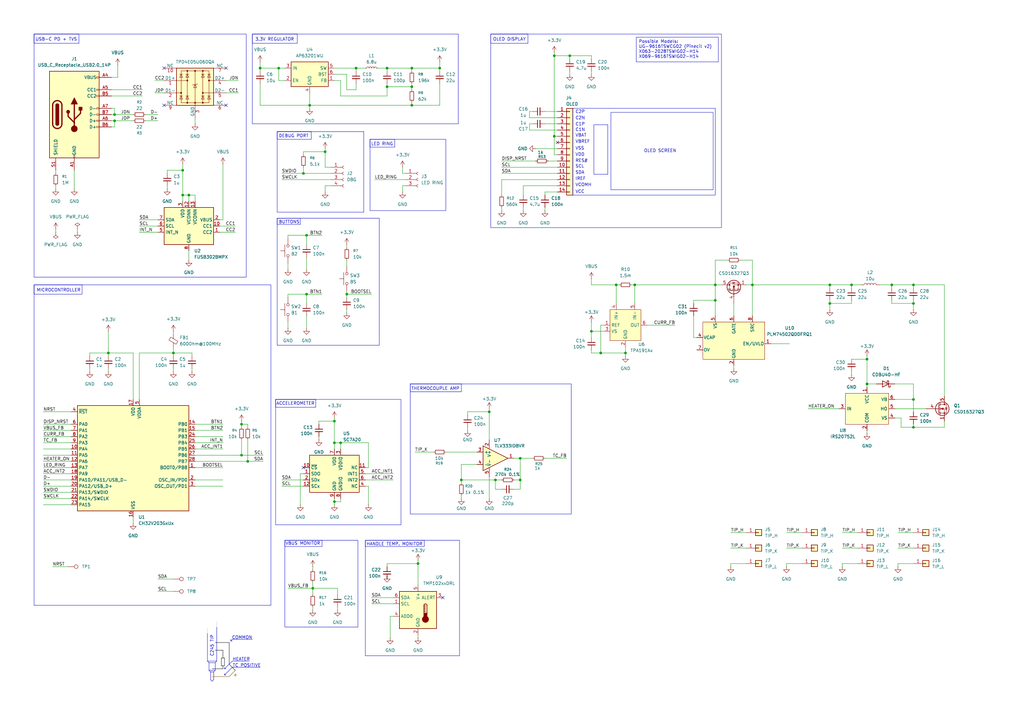
<source format=kicad_sch>
(kicad_sch
	(version 20250114)
	(generator "eeschema")
	(generator_version "9.0")
	(uuid "7095b018-eac3-4b01-b374-28e3216c4fd8")
	(paper "A3")
	
	(rectangle
		(start 113.03 163.83)
		(end 164.465 215.265)
		(stroke
			(width 0)
			(type default)
		)
		(fill
			(type none)
		)
		(uuid 25f66d05-38b5-4a17-99c1-8cad2c92cd3e)
	)
	(rectangle
		(start 13.97 13.97)
		(end 100.965 113.665)
		(stroke
			(width 0)
			(type default)
		)
		(fill
			(type none)
		)
		(uuid 34cfca7f-b72a-4261-a704-f33e6bc4b279)
	)
	(rectangle
		(start 113.03 163.83)
		(end 129.54 167.005)
		(stroke
			(width 0)
			(type default)
		)
		(fill
			(type none)
		)
		(uuid 37b1d202-d0af-4356-9cea-c5377ffdf5c6)
	)
	(rectangle
		(start 116.84 221.615)
		(end 132.08 224.155)
		(stroke
			(width 0)
			(type default)
		)
		(fill
			(type none)
		)
		(uuid 3ff5b4ba-34b9-4474-bd0b-2b540e2050a9)
	)
	(rectangle
		(start 168.275 157.48)
		(end 189.23 160.655)
		(stroke
			(width 0)
			(type default)
		)
		(fill
			(type none)
		)
		(uuid 411456a7-808a-4a99-b2e7-4b00b0660778)
	)
	(rectangle
		(start 113.665 89.535)
		(end 123.19 92.075)
		(stroke
			(width 0)
			(type default)
		)
		(fill
			(type none)
		)
		(uuid 51756553-69aa-4f9f-a31a-a60fa2c78053)
	)
	(rectangle
		(start 113.665 53.975)
		(end 149.225 86.995)
		(stroke
			(width 0)
			(type default)
		)
		(fill
			(type none)
		)
		(uuid 5ccf0a54-c09c-402b-8c12-180398bcf0c0)
	)
	(rectangle
		(start 151.765 57.15)
		(end 182.88 86.36)
		(stroke
			(width 0)
			(type default)
		)
		(fill
			(type none)
		)
		(uuid 7ca7d888-0de2-4ee4-9e02-bce99f6c7310)
	)
	(rectangle
		(start 13.97 116.84)
		(end 33.655 120.65)
		(stroke
			(width 0)
			(type default)
		)
		(fill
			(type none)
		)
		(uuid 7d5ee34c-3c30-4116-b034-575f8f5cbca0)
	)
	(rectangle
		(start 113.665 89.535)
		(end 155.575 141.605)
		(stroke
			(width 0)
			(type default)
		)
		(fill
			(type none)
		)
		(uuid 9c119ec4-7162-4594-9de4-9af2e8ac3469)
	)
	(rectangle
		(start 103.505 13.97)
		(end 121.92 17.78)
		(stroke
			(width 0)
			(type default)
		)
		(fill
			(type none)
		)
		(uuid 9d5c2b83-1ad1-4eb5-9c00-115d7cfbb819)
	)
	(rectangle
		(start 168.275 157.48)
		(end 234.315 210.82)
		(stroke
			(width 0)
			(type default)
		)
		(fill
			(type none)
		)
		(uuid a57dfd79-f7b7-44cf-be58-21e0757161fa)
	)
	(rectangle
		(start 13.97 116.84)
		(end 111.125 248.285)
		(stroke
			(width 0)
			(type default)
		)
		(fill
			(type none)
		)
		(uuid a66c837f-d550-4ad5-b67a-1a34b6eaed03)
	)
	(rectangle
		(start 250.571 46.101)
		(end 292.481 77.851)
		(stroke
			(width 0)
			(type default)
		)
		(fill
			(type none)
		)
		(uuid b323df54-646c-4c42-ac5d-c702f5da28df)
	)
	(rectangle
		(start 13.97 13.97)
		(end 32.385 17.78)
		(stroke
			(width 0)
			(type default)
		)
		(fill
			(type none)
		)
		(uuid b41c86f7-a703-4da7-9c7c-3d6f2dbdab0b)
	)
	(rectangle
		(start 149.86 221.615)
		(end 173.99 224.155)
		(stroke
			(width 0)
			(type default)
		)
		(fill
			(type none)
		)
		(uuid b798fff3-5d10-4e4c-948c-461a0845de52)
	)
	(rectangle
		(start 151.765 57.15)
		(end 161.925 60.325)
		(stroke
			(width 0)
			(type default)
		)
		(fill
			(type none)
		)
		(uuid bb60d903-b4fc-4579-917b-d8b1327cda5c)
	)
	(rectangle
		(start 234.95 44.45)
		(end 293.37 80.01)
		(stroke
			(width 0)
			(type default)
		)
		(fill
			(type none)
		)
		(uuid c7ed09f4-c5b0-447c-8527-2fd1a9942fc7)
	)
	(rectangle
		(start 201.295 13.97)
		(end 295.91 93.345)
		(stroke
			(width 0)
			(type default)
		)
		(fill
			(type none)
		)
		(uuid c86b0301-7b25-4d55-b6bd-bf1af0f3ea13)
	)
	(rectangle
		(start 243.586 51.181)
		(end 249.301 71.501)
		(stroke
			(width 0)
			(type default)
		)
		(fill
			(type none)
		)
		(uuid cc173c2c-4802-4b85-8dc1-c0ed1e2586ae)
	)
	(rectangle
		(start 116.84 221.615)
		(end 146.812 257.175)
		(stroke
			(width 0)
			(type default)
		)
		(fill
			(type none)
		)
		(uuid d2b50b41-845d-4a0b-ad88-942dbe8a9ea1)
	)
	(rectangle
		(start 113.665 53.975)
		(end 127.635 57.15)
		(stroke
			(width 0)
			(type default)
		)
		(fill
			(type none)
		)
		(uuid d42d397b-7d5e-44b0-98a1-cec60f91a733)
	)
	(rectangle
		(start 103.505 13.97)
		(end 187.96 50.8)
		(stroke
			(width 0)
			(type default)
		)
		(fill
			(type none)
		)
		(uuid d5e44070-3c31-4662-9265-15546dcb33a9)
	)
	(rectangle
		(start 149.86 221.615)
		(end 188.468 268.986)
		(stroke
			(width 0)
			(type default)
		)
		(fill
			(type none)
		)
		(uuid dc78faa3-7706-462b-aff1-ea2259b8957d)
	)
	(rectangle
		(start 201.295 13.97)
		(end 216.535 17.78)
		(stroke
			(width 0)
			(type default)
		)
		(fill
			(type none)
		)
		(uuid df873f2f-b2dc-4231-b391-da9722f3ee43)
	)
	(text "COMMON"
		(exclude_from_sim no)
		(at 95.123 261.62 0)
		(effects
			(font
				(size 1.27 1.27)
			)
			(justify left)
		)
		(uuid "0da803d8-6a61-4b47-b3c4-8c42b4ebcdd7")
	)
	(text "3.3V REGULATOR"
		(exclude_from_sim no)
		(at 104.648 16.256 0)
		(effects
			(font
				(size 1.27 1.27)
			)
			(justify left)
		)
		(uuid "270c64e9-acc9-4bdf-adf9-51e85a7cfae3")
	)
	(text "C2N"
		(exclude_from_sim no)
		(at 235.966 48.514 0)
		(effects
			(font
				(size 1.27 1.27)
			)
			(justify left)
		)
		(uuid "303735e4-f194-4e97-9ddd-7741146e5965")
	)
	(text "USB-C PD + TVS"
		(exclude_from_sim no)
		(at 14.478 16.256 0)
		(effects
			(font
				(size 1.27 1.27)
			)
			(justify left)
		)
		(uuid "3b53ae36-2320-46df-8526-8d2b0e4cd267")
	)
	(text "BUTTONS"
		(exclude_from_sim no)
		(at 114.3 91.186 0)
		(effects
			(font
				(size 1.27 1.27)
			)
			(justify left)
		)
		(uuid "4ff0d853-92f6-4f02-aa33-1f252be5ef75")
	)
	(text "DEBUG PORT"
		(exclude_from_sim no)
		(at 114.3 55.88 0)
		(effects
			(font
				(size 1.27 1.27)
			)
			(justify left)
		)
		(uuid "5c2c7cad-81d2-418f-aeca-ca54c6312f8c")
	)
	(text "SCL"
		(exclude_from_sim no)
		(at 235.966 68.326 0)
		(effects
			(font
				(size 1.27 1.27)
			)
			(justify left)
		)
		(uuid "63c62cf3-4266-478a-9f68-199034fe5d8b")
	)
	(text "RES#"
		(exclude_from_sim no)
		(at 235.966 66.04 0)
		(effects
			(font
				(size 1.27 1.27)
			)
			(justify left)
		)
		(uuid "6ce3c0b9-bb73-4f4d-8996-df06398c02e3")
	)
	(text "C1P"
		(exclude_from_sim no)
		(at 235.966 51.054 0)
		(effects
			(font
				(size 1.27 1.27)
			)
			(justify left)
		)
		(uuid "6d196f00-fda4-408a-b16f-63e268646b7a")
	)
	(text "ACCELEROMETER"
		(exclude_from_sim no)
		(at 121.158 165.608 0)
		(effects
			(font
				(size 1.27 1.27)
			)
		)
		(uuid "6d3cce01-49eb-4036-848c-880563d726ff")
	)
	(text "HEATER"
		(exclude_from_sim no)
		(at 95.377 270.51 0)
		(effects
			(font
				(size 1.27 1.27)
			)
			(justify left)
		)
		(uuid "6f935533-365b-4490-a199-60d1f885e9c5")
	)
	(text "IREF"
		(exclude_from_sim no)
		(at 235.966 73.406 0)
		(effects
			(font
				(size 1.27 1.27)
			)
			(justify left)
		)
		(uuid "78269562-db7d-4f9c-9409-11de08793bfa")
	)
	(text "C1N"
		(exclude_from_sim no)
		(at 235.966 53.34 0)
		(effects
			(font
				(size 1.27 1.27)
			)
			(justify left)
		)
		(uuid "86eaf89d-7735-48bc-8adf-2c6d7e1c9267")
	)
	(text "C2P"
		(exclude_from_sim no)
		(at 235.966 45.974 0)
		(effects
			(font
				(size 1.27 1.27)
			)
			(justify left)
		)
		(uuid "88767c22-62f5-491f-8191-e622ce50d549")
	)
	(text "VDD"
		(exclude_from_sim no)
		(at 235.966 63.5 0)
		(effects
			(font
				(size 1.27 1.27)
			)
			(justify left)
		)
		(uuid "98ea20d6-f789-4c9a-9d2d-ddf9c4e55ce3")
	)
	(text "HANDLE TEMP. MONITOR"
		(exclude_from_sim no)
		(at 161.798 223.266 0)
		(effects
			(font
				(size 1.27 1.27)
			)
		)
		(uuid "9cf9be48-0da6-4698-b802-905b4321ec7e")
	)
	(text "TC POSITIVE"
		(exclude_from_sim no)
		(at 95.377 273.05 0)
		(effects
			(font
				(size 1.27 1.27)
			)
			(justify left)
		)
		(uuid "9da3b577-a0bb-4c33-9c3c-e8388ac87829")
	)
	(text "OLED SCREEN"
		(exclude_from_sim no)
		(at 270.764 61.976 0)
		(effects
			(font
				(size 1.27 1.27)
			)
		)
		(uuid "a7d4d929-dbaa-411d-a847-37e4617db2b8")
	)
	(text "VCC"
		(exclude_from_sim no)
		(at 235.966 78.74 0)
		(effects
			(font
				(size 1.27 1.27)
			)
			(justify left)
		)
		(uuid "c0b5be38-ee7a-4c62-b666-9455a24b9bdf")
	)
	(text "SDA"
		(exclude_from_sim no)
		(at 235.966 70.866 0)
		(effects
			(font
				(size 1.27 1.27)
			)
			(justify left)
		)
		(uuid "d1f23843-c159-4734-816f-e3ebdc7225d4")
	)
	(text "VBREF"
		(exclude_from_sim no)
		(at 235.966 58.166 0)
		(effects
			(font
				(size 1.27 1.27)
			)
			(justify left)
		)
		(uuid "dc92fbc2-eb7d-47ac-891e-6de1528c9506")
	)
	(text "OLED DISPLAY"
		(exclude_from_sim no)
		(at 202.184 16.256 0)
		(effects
			(font
				(size 1.27 1.27)
			)
			(justify left)
		)
		(uuid "e1182865-9cf6-484e-b369-4d8124243a24")
	)
	(text "VBAT"
		(exclude_from_sim no)
		(at 235.966 55.626 0)
		(effects
			(font
				(size 1.27 1.27)
			)
			(justify left)
		)
		(uuid "e5136794-6a5a-4728-b4d0-e47266a8ec2c")
	)
	(text "VSS"
		(exclude_from_sim no)
		(at 235.966 60.96 0)
		(effects
			(font
				(size 1.27 1.27)
			)
			(justify left)
		)
		(uuid "e5277a5c-1568-43ec-ab65-5c403a9ddad3")
	)
	(text "VCOMH"
		(exclude_from_sim no)
		(at 235.966 75.946 0)
		(effects
			(font
				(size 1.27 1.27)
			)
			(justify left)
		)
		(uuid "e677c7ab-e79d-4a1c-8a88-4a56ca5d6b79")
	)
	(text "THERMOCOUPLE AMP"
		(exclude_from_sim no)
		(at 178.562 159.512 0)
		(effects
			(font
				(size 1.27 1.27)
			)
		)
		(uuid "e865e2d4-df9a-47d7-8bc3-1d543675c813")
	)
	(text "C245 TIP"
		(exclude_from_sim no)
		(at 86.995 264.922 90)
		(effects
			(font
				(size 1.27 1.27)
			)
		)
		(uuid "ec1ed9c1-072b-4c68-8764-5736b7bc8d68")
	)
	(text "LED RING"
		(exclude_from_sim no)
		(at 156.718 59.182 0)
		(effects
			(font
				(size 1.27 1.27)
			)
		)
		(uuid "eebaafe7-13f6-4495-a884-67f3bb5c6ce1")
	)
	(text "MICROCONTROLLER"
		(exclude_from_sim no)
		(at 14.986 119.126 0)
		(effects
			(font
				(size 1.27 1.27)
			)
			(justify left)
		)
		(uuid "f4202bbd-17db-406a-9b6f-417fe43fdaab")
	)
	(text "VBUS MONITOR"
		(exclude_from_sim no)
		(at 124.206 223.012 0)
		(effects
			(font
				(size 1.27 1.27)
			)
		)
		(uuid "f741b2f1-f711-4456-aa2d-f19417092858")
	)
	(text_box "Possible Models:\nUG-9616TSWCG02 (Pinecil v2)\nX063-2028TSWIG02-H14\nX069-9616TSWIG02-H14"
		(exclude_from_sim no)
		(at 260.985 15.24 0)
		(size 33.655 10.16)
		(margins 0.9525 0.9525 0.9525 0.9525)
		(stroke
			(width 0)
			(type solid)
		)
		(fill
			(type none)
		)
		(effects
			(font
				(size 1.27 1.27)
			)
			(justify left top)
		)
		(uuid "aff1d92e-7948-41af-95d4-eec0b0d11729")
	)
	(junction
		(at 340.36 116.84)
		(diameter 0)
		(color 0 0 0 0)
		(uuid "0249d269-810c-4792-bcad-62c507e2feae")
	)
	(junction
		(at 146.05 27.94)
		(diameter 0)
		(color 0 0 0 0)
		(uuid "0acd8611-5527-40f7-90a3-5c60d1adc1d0")
	)
	(junction
		(at 252.73 116.84)
		(diameter 0)
		(color 0 0 0 0)
		(uuid "1ddbe419-3595-4df3-a72f-7cf030e34ac4")
	)
	(junction
		(at 99.06 173.99)
		(diameter 0)
		(color 0 0 0 0)
		(uuid "22bc19a2-e590-4ae5-87e1-2c346112c753")
	)
	(junction
		(at 374.65 175.26)
		(diameter 0)
		(color 0 0 0 0)
		(uuid "253e7a83-9b7c-4d4c-b8d1-7fbacce38609")
	)
	(junction
		(at 293.37 123.19)
		(diameter 0)
		(color 0 0 0 0)
		(uuid "263d7915-c731-4a88-b217-235c42cb6b97")
	)
	(junction
		(at 260.35 116.84)
		(diameter 0)
		(color 0 0 0 0)
		(uuid "344187d9-c96b-45fd-8f6c-b46a99aead8f")
	)
	(junction
		(at 101.6 189.23)
		(diameter 0)
		(color 0 0 0 0)
		(uuid "39afbb62-f4d9-47c5-b1ec-6bf8308a9b0e")
	)
	(junction
		(at 200.66 168.91)
		(diameter 0)
		(color 0 0 0 0)
		(uuid "3f9bcc33-18ad-48ec-8047-f514eddb9bd3")
	)
	(junction
		(at 340.36 124.46)
		(diameter 0)
		(color 0 0 0 0)
		(uuid "43942d84-b87b-4f4a-adb8-d0b0fad21d24")
	)
	(junction
		(at 374.65 163.83)
		(diameter 0)
		(color 0 0 0 0)
		(uuid "45cd84fd-2fd0-4481-9f27-779c4e05a620")
	)
	(junction
		(at 189.23 196.85)
		(diameter 0)
		(color 0 0 0 0)
		(uuid "4793f579-9960-4fea-a983-16516b9a6a74")
	)
	(junction
		(at 158.75 27.94)
		(diameter 0)
		(color 0 0 0 0)
		(uuid "4e457d4d-37fd-4b51-a420-85ebb8dc04c5")
	)
	(junction
		(at 128.27 241.3)
		(diameter 0)
		(color 0 0 0 0)
		(uuid "5171e2df-ff89-449d-9837-899c8a33b75c")
	)
	(junction
		(at 355.6 147.32)
		(diameter 0)
		(color 0 0 0 0)
		(uuid "53a66df1-5fe2-4b0c-804a-c9cb357aa0e6")
	)
	(junction
		(at 168.91 35.56)
		(diameter 0)
		(color 0 0 0 0)
		(uuid "57d2e74f-9c65-42d1-a47a-8230db07f92e")
	)
	(junction
		(at 137.16 181.61)
		(diameter 0)
		(color 0 0 0 0)
		(uuid "589eff9d-eed1-4df5-98d6-26b7c768b426")
	)
	(junction
		(at 171.45 231.14)
		(diameter 0)
		(color 0 0 0 0)
		(uuid "5c8091f6-1fe8-4a10-b56d-0569715c68e9")
	)
	(junction
		(at 46.99 49.53)
		(diameter 0)
		(color 0 0 0 0)
		(uuid "5e8d1cf7-167e-4030-9f28-7c115ea5395b")
	)
	(junction
		(at 227.33 55.88)
		(diameter 0)
		(color 0 0 0 0)
		(uuid "5fbb3de9-86ee-49ad-a284-eb55f1cc692a")
	)
	(junction
		(at 168.91 43.18)
		(diameter 0)
		(color 0 0 0 0)
		(uuid "660d2309-d1aa-4d86-b95c-854e50c0a293")
	)
	(junction
		(at 168.91 27.94)
		(diameter 0)
		(color 0 0 0 0)
		(uuid "691dc945-779c-4911-8f56-5300f4d58275")
	)
	(junction
		(at 233.68 22.86)
		(diameter 0)
		(color 0 0 0 0)
		(uuid "73b54f8a-8892-4f5c-ad2f-0a2e6cc384c3")
	)
	(junction
		(at 203.2 196.85)
		(diameter 0)
		(color 0 0 0 0)
		(uuid "77d052f3-f174-4ac4-b7f3-74fd8cd4f0e2")
	)
	(junction
		(at 137.16 172.72)
		(diameter 0)
		(color 0 0 0 0)
		(uuid "84b1d133-5555-4f34-9259-4c4a00397909")
	)
	(junction
		(at 158.75 35.56)
		(diameter 0)
		(color 0 0 0 0)
		(uuid "85eb43cd-2fb7-4c1a-b0ce-7e338a2da686")
	)
	(junction
		(at 213.36 196.85)
		(diameter 0)
		(color 0 0 0 0)
		(uuid "879d8513-8c12-4c71-805b-cfd0566ce6a8")
	)
	(junction
		(at 99.06 186.69)
		(diameter 0)
		(color 0 0 0 0)
		(uuid "8f91cdd6-9b8f-41e7-aba5-783e4c94f1c2")
	)
	(junction
		(at 349.25 116.84)
		(diameter 0)
		(color 0 0 0 0)
		(uuid "924a9453-b138-4112-9cf9-cdd7d6fd271f")
	)
	(junction
		(at 227.33 22.86)
		(diameter 0)
		(color 0 0 0 0)
		(uuid "9531702c-c6a6-4297-8a10-64a5c6fc90b3")
	)
	(junction
		(at 256.54 144.78)
		(diameter 0)
		(color 0 0 0 0)
		(uuid "9caedf99-1ce5-437a-a1b9-fdea2f4ef713")
	)
	(junction
		(at 374.65 124.46)
		(diameter 0)
		(color 0 0 0 0)
		(uuid "9ce0d5f7-a196-42ba-865b-78bc41279af1")
	)
	(junction
		(at 44.45 144.78)
		(diameter 0)
		(color 0 0 0 0)
		(uuid "9fa2ea7a-f50f-4f59-8f6e-1d8cc4b4f22f")
	)
	(junction
		(at 74.93 80.01)
		(diameter 0)
		(color 0 0 0 0)
		(uuid "a102cd63-af1a-49b4-9201-df06578d4c1f")
	)
	(junction
		(at 308.61 116.84)
		(diameter 0)
		(color 0 0 0 0)
		(uuid "a9a982a8-cfc0-4a49-8bc7-c5591f6ee849")
	)
	(junction
		(at 213.36 187.96)
		(diameter 0)
		(color 0 0 0 0)
		(uuid "aff6f7cf-f995-4965-9b70-2f6e1afd3257")
	)
	(junction
		(at 242.57 135.89)
		(diameter 0)
		(color 0 0 0 0)
		(uuid "b958df09-8ec2-41c8-a836-0b7b6536713e")
	)
	(junction
		(at 246.38 144.78)
		(diameter 0)
		(color 0 0 0 0)
		(uuid "b9c98c12-e257-4402-a676-dee8dfb4f378")
	)
	(junction
		(at 125.73 120.65)
		(diameter 0)
		(color 0 0 0 0)
		(uuid "bf198e04-4a01-4230-877f-f1ab43f756f2")
	)
	(junction
		(at 71.12 144.78)
		(diameter 0)
		(color 0 0 0 0)
		(uuid "cbafbc4a-ea32-4bc2-8303-c740f3149d9b")
	)
	(junction
		(at 127 43.18)
		(diameter 0)
		(color 0 0 0 0)
		(uuid "d049456d-20ee-4308-a384-c295c5fb64a1")
	)
	(junction
		(at 77.47 80.01)
		(diameter 0)
		(color 0 0 0 0)
		(uuid "d075905e-0ee9-4e4e-bc8b-46248e59d6b7")
	)
	(junction
		(at 137.16 205.74)
		(diameter 0)
		(color 0 0 0 0)
		(uuid "d3c0ec6c-e13a-496a-ad1c-ba60afc46b96")
	)
	(junction
		(at 46.99 46.99)
		(diameter 0)
		(color 0 0 0 0)
		(uuid "d3cb3929-1383-43bf-9aa0-8d6179547879")
	)
	(junction
		(at 365.76 116.84)
		(diameter 0)
		(color 0 0 0 0)
		(uuid "d6376345-e63e-469e-b947-b621d80200ca")
	)
	(junction
		(at 125.73 96.52)
		(diameter 0)
		(color 0 0 0 0)
		(uuid "d8814552-a2c0-4a06-a6ac-aee6b3d4aa8f")
	)
	(junction
		(at 374.65 116.84)
		(diameter 0)
		(color 0 0 0 0)
		(uuid "d9505c24-ab59-4a1d-8ead-8359d37f8315")
	)
	(junction
		(at 355.6 157.48)
		(diameter 0)
		(color 0 0 0 0)
		(uuid "db98d098-9019-45b6-80db-568ba28220c4")
	)
	(junction
		(at 74.93 69.85)
		(diameter 0)
		(color 0 0 0 0)
		(uuid "dced1970-c9d1-4fca-aa68-57578fbeec87")
	)
	(junction
		(at 133.35 62.23)
		(diameter 0)
		(color 0 0 0 0)
		(uuid "dd645f38-5944-4257-9764-2d12bcf783d9")
	)
	(junction
		(at 124.46 71.12)
		(diameter 0)
		(color 0 0 0 0)
		(uuid "e0c9883b-d031-4a61-9fde-76739f501e2c")
	)
	(junction
		(at 114.3 27.94)
		(diameter 0)
		(color 0 0 0 0)
		(uuid "e80bc681-7695-43f3-a2bd-d411c7e86409")
	)
	(junction
		(at 139.7 181.61)
		(diameter 0)
		(color 0 0 0 0)
		(uuid "ea9ea449-1699-40d7-8a1c-89a1d2111f96")
	)
	(junction
		(at 180.34 27.94)
		(diameter 0)
		(color 0 0 0 0)
		(uuid "efddc068-f25b-4568-b3c6-1c6aa0f4c97e")
	)
	(junction
		(at 106.68 27.94)
		(diameter 0)
		(color 0 0 0 0)
		(uuid "f1df4cab-d95d-4e21-b204-cc5686c3ccd2")
	)
	(junction
		(at 293.37 116.84)
		(diameter 0)
		(color 0 0 0 0)
		(uuid "f5c381e4-a231-4697-8c14-b21fffbc5145")
	)
	(junction
		(at 142.24 120.65)
		(diameter 0)
		(color 0 0 0 0)
		(uuid "fe9b1f2a-8aec-4aa7-8489-1f83d22307ee")
	)
	(no_connect
		(at 92.71 43.18)
		(uuid "46b4ccbc-24ab-4899-8505-9a1bc9336197")
	)
	(no_connect
		(at 67.31 27.94)
		(uuid "613b3790-5218-413f-a343-e26aa4ea4b95")
	)
	(no_connect
		(at 228.6 58.42)
		(uuid "8d801d13-32fe-4e34-8cc5-b8a86a497023")
	)
	(no_connect
		(at 181.61 245.11)
		(uuid "b019387a-2a10-4f2e-ad70-575cf4df82b8")
	)
	(no_connect
		(at 124.46 191.77)
		(uuid "bb17c601-45a1-4eb6-aaaf-eada3efdd523")
	)
	(no_connect
		(at 67.31 43.18)
		(uuid "c9b41e3a-80a4-4410-be4c-91975e86700a")
	)
	(no_connect
		(at 92.71 27.94)
		(uuid "e9fc4535-1911-4390-b5e2-c282d53c9319")
	)
	(wire
		(pts
			(xy 99.06 186.69) (xy 107.95 186.69)
		)
		(stroke
			(width 0)
			(type default)
		)
		(uuid "00dc7f33-0b4e-4099-8479-24293b9aabac")
	)
	(wire
		(pts
			(xy 149.86 196.85) (xy 161.29 196.85)
		)
		(stroke
			(width 0)
			(type default)
		)
		(uuid "0156bf95-e162-433c-99c7-904c2f68448d")
	)
	(wire
		(pts
			(xy 306.07 231.14) (xy 299.72 231.14)
		)
		(stroke
			(width 0)
			(type default)
		)
		(uuid "01731df4-405d-4159-8024-ddbfe44e4824")
	)
	(wire
		(pts
			(xy 180.34 25.4) (xy 180.34 27.94)
		)
		(stroke
			(width 0)
			(type default)
		)
		(uuid "0280334b-627a-4233-a676-012a207d9298")
	)
	(wire
		(pts
			(xy 300.99 149.86) (xy 300.99 151.13)
		)
		(stroke
			(width 0)
			(type default)
		)
		(uuid "02aa6174-5b03-4cdb-9d8a-e133478732ec")
	)
	(wire
		(pts
			(xy 123.19 194.31) (xy 124.46 194.31)
		)
		(stroke
			(width 0)
			(type default)
		)
		(uuid "03f9526b-c252-4cea-a8ec-81306ff6df76")
	)
	(wire
		(pts
			(xy 63.5 38.1) (xy 67.31 38.1)
		)
		(stroke
			(width 0)
			(type default)
		)
		(uuid "057a48eb-9b1d-42a5-bf44-6985b9321748")
	)
	(polyline
		(pts
			(xy 94.615 262.89) (xy 95.25 262.89)
		)
		(stroke
			(width 0)
			(type default)
		)
		(uuid "061e75a6-db12-4875-bb49-acc7a02aa4eb")
	)
	(wire
		(pts
			(xy 227.33 55.88) (xy 228.6 55.88)
		)
		(stroke
			(width 0)
			(type default)
		)
		(uuid "06a39b25-e5c0-48bf-8f66-6ff9e46efda7")
	)
	(polyline
		(pts
			(xy 93.98 263.525) (xy 93.98 272.415)
		)
		(stroke
			(width 0)
			(type solid)
			(color 0 0 0 1)
		)
		(uuid "076917fa-25ee-47d3-b2b0-165b02f01f24")
	)
	(wire
		(pts
			(xy 68.58 69.85) (xy 74.93 69.85)
		)
		(stroke
			(width 0)
			(type default)
		)
		(uuid "088c7699-190e-4234-9815-fffe11d5ef7a")
	)
	(wire
		(pts
			(xy 68.58 76.2) (xy 68.58 77.47)
		)
		(stroke
			(width 0)
			(type default)
		)
		(uuid "090443bb-96fb-4f06-ac72-191a7f6e15f4")
	)
	(wire
		(pts
			(xy 96.52 95.25) (xy 90.17 95.25)
		)
		(stroke
			(width 0)
			(type default)
		)
		(uuid "091df10a-a778-479d-8cbf-324751cb3cc5")
	)
	(wire
		(pts
			(xy 115.57 199.39) (xy 124.46 199.39)
		)
		(stroke
			(width 0)
			(type default)
		)
		(uuid "093a4bfc-aabd-4586-948a-1580d9afeffa")
	)
	(wire
		(pts
			(xy 45.72 36.83) (xy 58.42 36.83)
		)
		(stroke
			(width 0)
			(type default)
		)
		(uuid "098337dc-d67f-4f92-9e59-aa0530495823")
	)
	(wire
		(pts
			(xy 367.03 163.83) (xy 374.65 163.83)
		)
		(stroke
			(width 0)
			(type default)
		)
		(uuid "0991fc57-c77d-4d8b-a7f5-93559a71531e")
	)
	(wire
		(pts
			(xy 368.3 218.44) (xy 374.65 218.44)
		)
		(stroke
			(width 0)
			(type default)
		)
		(uuid "0b3b1be4-2c7f-47f2-886c-9ff27992e090")
	)
	(wire
		(pts
			(xy 355.6 176.53) (xy 355.6 177.8)
		)
		(stroke
			(width 0)
			(type default)
		)
		(uuid "0c9fa1d8-a413-4dad-b1e6-53724d6877dc")
	)
	(wire
		(pts
			(xy 80.01 184.15) (xy 91.44 184.15)
		)
		(stroke
			(width 0)
			(type default)
		)
		(uuid "0d0fb7d8-cf76-4ea3-b43e-0043f449d33e")
	)
	(wire
		(pts
			(xy 374.65 173.99) (xy 374.65 175.26)
		)
		(stroke
			(width 0)
			(type default)
		)
		(uuid "0d1d8e67-44be-4e93-8637-8b77df712344")
	)
	(wire
		(pts
			(xy 106.68 34.29) (xy 106.68 43.18)
		)
		(stroke
			(width 0)
			(type default)
		)
		(uuid "0d1da041-1604-484f-8588-64418e6780df")
	)
	(wire
		(pts
			(xy 308.61 116.84) (xy 308.61 129.54)
		)
		(stroke
			(width 0)
			(type default)
		)
		(uuid "0e430718-8bff-4204-9ca7-ecc944474fb6")
	)
	(polyline
		(pts
			(xy 99.695 273.685) (xy 106.68 273.685)
		)
		(stroke
			(width 0)
			(type default)
		)
		(uuid "0efdd063-1445-49ad-b269-05e1548bd623")
	)
	(wire
		(pts
			(xy 367.03 157.48) (xy 374.65 157.48)
		)
		(stroke
			(width 0)
			(type default)
		)
		(uuid "0f2a8a4d-3e10-44bf-9ebb-4b69f6c43acb")
	)
	(wire
		(pts
			(xy 17.78 191.77) (xy 29.21 191.77)
		)
		(stroke
			(width 0)
			(type default)
		)
		(uuid "0f968ad1-38fa-43f3-a9ca-eaab57060db2")
	)
	(wire
		(pts
			(xy 242.57 116.84) (xy 252.73 116.84)
		)
		(stroke
			(width 0)
			(type default)
		)
		(uuid "0fc82661-f672-4e99-90f7-45db1126fb58")
	)
	(wire
		(pts
			(xy 214.63 85.09) (xy 214.63 86.36)
		)
		(stroke
			(width 0)
			(type default)
		)
		(uuid "0fdf5b0f-14a7-4ff5-aee8-91dcf3e80430")
	)
	(wire
		(pts
			(xy 242.57 144.78) (xy 246.38 144.78)
		)
		(stroke
			(width 0)
			(type default)
		)
		(uuid "0ff7262c-1160-4251-aadc-3b2de692cbe4")
	)
	(wire
		(pts
			(xy 355.6 157.48) (xy 355.6 158.75)
		)
		(stroke
			(width 0)
			(type default)
		)
		(uuid "10879948-174d-4f3a-9f51-53823fa9a5bd")
	)
	(wire
		(pts
			(xy 265.43 133.35) (xy 276.86 133.35)
		)
		(stroke
			(width 0)
			(type default)
		)
		(uuid "10e420cf-744f-4771-a1f7-03219557939d")
	)
	(wire
		(pts
			(xy 168.91 35.56) (xy 158.75 35.56)
		)
		(stroke
			(width 0)
			(type default)
		)
		(uuid "1190a964-f3bd-43e5-a242-6444d80cf4b2")
	)
	(polyline
		(pts
			(xy 86.995 277.495) (xy 93.98 277.495)
		)
		(stroke
			(width 0)
			(type solid)
			(color 128 77 0 1)
		)
		(uuid "11cf35b8-cd1b-4b18-8246-50d401672c42")
	)
	(wire
		(pts
			(xy 189.23 196.85) (xy 189.23 190.5)
		)
		(stroke
			(width 0)
			(type default)
		)
		(uuid "12f02fb2-28a7-4766-ae13-424545151178")
	)
	(wire
		(pts
			(xy 137.16 181.61) (xy 137.16 184.15)
		)
		(stroke
			(width 0)
			(type default)
		)
		(uuid "135c080a-b87a-42f2-bd23-e8f54c5ee6c7")
	)
	(wire
		(pts
			(xy 165.1 78.74) (xy 165.1 76.2)
		)
		(stroke
			(width 0)
			(type default)
		)
		(uuid "13a8fbae-4055-4538-a775-7561035458e6")
	)
	(wire
		(pts
			(xy 171.45 231.14) (xy 171.45 240.03)
		)
		(stroke
			(width 0)
			(type default)
		)
		(uuid "13ad3050-341d-4764-8a4c-837cb1090bc6")
	)
	(wire
		(pts
			(xy 189.23 196.85) (xy 203.2 196.85)
		)
		(stroke
			(width 0)
			(type default)
		)
		(uuid "13e7537a-edd6-43d5-8bb0-f6eb3d491016")
	)
	(wire
		(pts
			(xy 252.73 124.46) (xy 252.73 116.84)
		)
		(stroke
			(width 0)
			(type default)
		)
		(uuid "13f6d467-bb2d-42f5-88f7-66fead528204")
	)
	(wire
		(pts
			(xy 213.36 196.85) (xy 213.36 187.96)
		)
		(stroke
			(width 0)
			(type default)
		)
		(uuid "1427c6b1-5293-499b-9663-f54121cc8ca4")
	)
	(wire
		(pts
			(xy 48.26 31.75) (xy 48.26 26.67)
		)
		(stroke
			(width 0)
			(type default)
		)
		(uuid "14b83c6b-fa77-4ec1-b020-d89f490dd1db")
	)
	(wire
		(pts
			(xy 242.57 135.89) (xy 247.65 135.89)
		)
		(stroke
			(width 0)
			(type default)
		)
		(uuid "1544ce4c-aa9b-4868-ad89-38de6eed860a")
	)
	(wire
		(pts
			(xy 374.65 116.84) (xy 374.65 118.11)
		)
		(stroke
			(width 0)
			(type default)
		)
		(uuid "154f7824-5e3a-4df6-a265-e8ad4cf18628")
	)
	(wire
		(pts
			(xy 200.66 167.64) (xy 200.66 168.91)
		)
		(stroke
			(width 0)
			(type default)
		)
		(uuid "16a235b6-6479-41c3-934b-5990cd87fafe")
	)
	(wire
		(pts
			(xy 227.33 55.88) (xy 227.33 63.5)
		)
		(stroke
			(width 0)
			(type default)
		)
		(uuid "16a6ad92-1a6b-4d2b-93f1-5652f5947dbb")
	)
	(wire
		(pts
			(xy 168.91 29.21) (xy 168.91 27.94)
		)
		(stroke
			(width 0)
			(type default)
		)
		(uuid "16beecb1-a5ab-433f-9aa9-d5c8af0be23d")
	)
	(polyline
		(pts
			(xy 95.885 276.86) (xy 97.155 276.86)
		)
		(stroke
			(width 0)
			(type solid)
			(color 128 77 0 1)
		)
		(uuid "17532791-aaa0-48e6-a3d3-84b5cfe2ffdf")
	)
	(wire
		(pts
			(xy 45.72 52.07) (xy 46.99 52.07)
		)
		(stroke
			(width 0)
			(type default)
		)
		(uuid "18438b3a-827e-4972-b4d2-e39627126fd2")
	)
	(wire
		(pts
			(xy 17.78 186.69) (xy 29.21 186.69)
		)
		(stroke
			(width 0)
			(type default)
		)
		(uuid "185cc638-609c-4acf-9a83-434d47f9bece")
	)
	(wire
		(pts
			(xy 322.58 218.44) (xy 328.93 218.44)
		)
		(stroke
			(width 0)
			(type default)
		)
		(uuid "186284b8-bd67-4889-90c2-387a38831a45")
	)
	(wire
		(pts
			(xy 118.11 107.95) (xy 118.11 110.49)
		)
		(stroke
			(width 0)
			(type default)
		)
		(uuid "1a08e192-3ede-459c-841e-9f0c19ec1e3e")
	)
	(wire
		(pts
			(xy 17.78 201.93) (xy 29.21 201.93)
		)
		(stroke
			(width 0)
			(type default)
		)
		(uuid "1a675778-1e38-4114-a392-a674b2dc8fa9")
	)
	(wire
		(pts
			(xy 260.35 116.84) (xy 260.35 124.46)
		)
		(stroke
			(width 0)
			(type default)
		)
		(uuid "1a894749-5980-44f8-be8f-1f0ca672c7df")
	)
	(wire
		(pts
			(xy 71.12 135.89) (xy 71.12 137.16)
		)
		(stroke
			(width 0)
			(type default)
		)
		(uuid "1ae0b9e3-10e0-4c50-8291-792664f6f6ce")
	)
	(wire
		(pts
			(xy 246.38 133.35) (xy 246.38 144.78)
		)
		(stroke
			(width 0)
			(type default)
		)
		(uuid "1b0b81e1-f2ec-4a99-b32e-c67d3bf5d680")
	)
	(wire
		(pts
			(xy 374.65 175.26) (xy 387.35 175.26)
		)
		(stroke
			(width 0)
			(type default)
		)
		(uuid "1b77d230-b149-4ebc-9500-892f807d9feb")
	)
	(wire
		(pts
			(xy 247.65 133.35) (xy 246.38 133.35)
		)
		(stroke
			(width 0)
			(type default)
		)
		(uuid "1bc2dc48-90ad-4689-ba31-b6699fd8a9c4")
	)
	(wire
		(pts
			(xy 101.6 175.26) (xy 101.6 173.99)
		)
		(stroke
			(width 0)
			(type default)
		)
		(uuid "1beeb275-c1cd-4b8f-a12a-830eb9c2286d")
	)
	(wire
		(pts
			(xy 80.01 199.39) (xy 91.44 199.39)
		)
		(stroke
			(width 0)
			(type default)
		)
		(uuid "1c31a3a0-71be-4869-aecb-fe7720f70370")
	)
	(polyline
		(pts
			(xy 91.44 268.605) (xy 91.44 269.875)
		)
		(stroke
			(width 0)
			(type solid)
			(color 0 0 0 1)
		)
		(uuid "1cb32bb3-76dc-4823-be3a-ee1c82fb9d6e")
	)
	(wire
		(pts
			(xy 345.44 231.14) (xy 351.79 231.14)
		)
		(stroke
			(width 0)
			(type default)
		)
		(uuid "1cf9f715-8924-4551-8321-2cb14bcb7a4b")
	)
	(wire
		(pts
			(xy 168.91 43.18) (xy 127 43.18)
		)
		(stroke
			(width 0)
			(type default)
		)
		(uuid "1efe1ac7-40f4-4f17-9d42-17e1c9f0de6b")
	)
	(polyline
		(pts
			(xy 94.615 262.89) (xy 95.25 262.255)
		)
		(stroke
			(width 0)
			(type default)
		)
		(uuid "1fc62f63-6cba-4ff0-930d-1f292e0bfa84")
	)
	(wire
		(pts
			(xy 80.01 181.61) (xy 91.44 181.61)
		)
		(stroke
			(width 0)
			(type default)
		)
		(uuid "1fd72b09-6ab8-4dc4-8f0b-ca67c9a74253")
	)
	(wire
		(pts
			(xy 68.58 71.12) (xy 68.58 69.85)
		)
		(stroke
			(width 0)
			(type default)
		)
		(uuid "202b5c7b-0b11-4522-bc46-256551c46d63")
	)
	(wire
		(pts
			(xy 116.84 27.94) (xy 114.3 27.94)
		)
		(stroke
			(width 0)
			(type default)
		)
		(uuid "202f5003-0a48-4fcb-962b-eb5d0b2eea8c")
	)
	(polyline
		(pts
			(xy 85.09 271.145) (xy 88.9 271.145)
		)
		(stroke
			(width 0)
			(type default)
		)
		(uuid "20c289f8-34a5-48ed-8d32-b4b9e5521011")
	)
	(wire
		(pts
			(xy 158.75 231.14) (xy 171.45 231.14)
		)
		(stroke
			(width 0)
			(type default)
		)
		(uuid "20e2fb42-fafd-4f0a-849e-70f241cf50dd")
	)
	(wire
		(pts
			(xy 77.47 102.87) (xy 77.47 106.68)
		)
		(stroke
			(width 0)
			(type default)
		)
		(uuid "21a2f101-e4da-4991-a949-92df212cf85b")
	)
	(wire
		(pts
			(xy 138.43 248.92) (xy 138.43 250.19)
		)
		(stroke
			(width 0)
			(type default)
		)
		(uuid "21bbd215-45b4-4860-8d1a-f2e25c043882")
	)
	(polyline
		(pts
			(xy 95.25 262.255) (xy 103.505 262.255)
		)
		(stroke
			(width 0)
			(type default)
		)
		(uuid "225ad2a0-3f91-4b41-b14c-33002ef325b8")
	)
	(wire
		(pts
			(xy 180.34 43.18) (xy 168.91 43.18)
		)
		(stroke
			(width 0)
			(type default)
		)
		(uuid "228d2b28-0e5e-4a0f-9a64-60ca034456d5")
	)
	(wire
		(pts
			(xy 22.86 69.85) (xy 22.86 71.12)
		)
		(stroke
			(width 0)
			(type default)
		)
		(uuid "22ceb097-bc74-4764-aecd-0b980944d711")
	)
	(wire
		(pts
			(xy 299.72 224.79) (xy 306.07 224.79)
		)
		(stroke
			(width 0)
			(type default)
		)
		(uuid "234d1ba8-847a-498b-b1ae-e4eb0f0e2c2e")
	)
	(polyline
		(pts
			(xy 93.98 277.495) (xy 96.52 274.955)
		)
		(stroke
			(width 0)
			(type solid)
			(color 128 77 0 1)
		)
		(uuid "23b27315-c748-4e5f-bfe8-f12b825cfb87")
	)
	(wire
		(pts
			(xy 168.91 34.29) (xy 168.91 35.56)
		)
		(stroke
			(width 0)
			(type default)
		)
		(uuid "24d5a81f-7436-4451-bff0-11fbe42d2c28")
	)
	(wire
		(pts
			(xy 368.3 231.14) (xy 374.65 231.14)
		)
		(stroke
			(width 0)
			(type default)
		)
		(uuid "2616a777-c896-4d19-9dd1-44f1b40faa16")
	)
	(wire
		(pts
			(xy 340.36 123.19) (xy 340.36 124.46)
		)
		(stroke
			(width 0)
			(type default)
		)
		(uuid "262148e9-abf9-4df4-8abe-6bc1166237b2")
	)
	(wire
		(pts
			(xy 125.73 120.65) (xy 132.08 120.65)
		)
		(stroke
			(width 0)
			(type default)
		)
		(uuid "27851202-de10-4bda-a7a1-86d90d3431e9")
	)
	(wire
		(pts
			(xy 118.11 132.08) (xy 118.11 134.62)
		)
		(stroke
			(width 0)
			(type default)
		)
		(uuid "281d0dee-0d42-447c-96a0-518527b352a7")
	)
	(wire
		(pts
			(xy 345.44 224.79) (xy 351.79 224.79)
		)
		(stroke
			(width 0)
			(type default)
		)
		(uuid "28258bd8-18c4-469b-be71-ef9ab42f0cf4")
	)
	(wire
		(pts
			(xy 205.74 200.66) (xy 203.2 200.66)
		)
		(stroke
			(width 0)
			(type default)
		)
		(uuid "28f9a714-ce47-4a87-9eba-39a2e1e51e21")
	)
	(wire
		(pts
			(xy 158.75 39.37) (xy 139.7 39.37)
		)
		(stroke
			(width 0)
			(type default)
		)
		(uuid "296133f5-2a32-47e9-994c-67f3c4c032fa")
	)
	(wire
		(pts
			(xy 46.99 44.45) (xy 46.99 46.99)
		)
		(stroke
			(width 0)
			(type default)
		)
		(uuid "2b6c7f04-a093-4524-90eb-496f9f787527")
	)
	(wire
		(pts
			(xy 205.74 73.66) (xy 205.74 80.01)
		)
		(stroke
			(width 0)
			(type default)
		)
		(uuid "2c6750b6-74c7-4d32-8f14-8af4353a5366")
	)
	(wire
		(pts
			(xy 127 43.18) (xy 127 44.45)
		)
		(stroke
			(width 0)
			(type default)
		)
		(uuid "2caf9a90-c3fc-4061-b393-2a0dec203c07")
	)
	(wire
		(pts
			(xy 284.48 123.19) (xy 293.37 123.19)
		)
		(stroke
			(width 0)
			(type default)
		)
		(uuid "2e114cfc-90f1-4041-9a80-6f8470271d78")
	)
	(wire
		(pts
			(xy 118.11 121.92) (xy 118.11 120.65)
		)
		(stroke
			(width 0)
			(type default)
		)
		(uuid "2ee4ebfa-2b1b-4192-baa0-8298861d736b")
	)
	(wire
		(pts
			(xy 45.72 31.75) (xy 48.26 31.75)
		)
		(stroke
			(width 0)
			(type default)
		)
		(uuid "2f68ac55-2ae3-4fdc-bcfb-21f448f1abfc")
	)
	(wire
		(pts
			(xy 17.78 194.31) (xy 29.21 194.31)
		)
		(stroke
			(width 0)
			(type default)
		)
		(uuid "2fdf26ff-e34d-47ed-b024-4ecb4d28caf6")
	)
	(wire
		(pts
			(xy 137.16 171.45) (xy 137.16 172.72)
		)
		(stroke
			(width 0)
			(type default)
		)
		(uuid "2ff8f590-a0dd-4986-b523-e06c9b3827a0")
	)
	(polyline
		(pts
			(xy 85.09 257.81) (xy 85.09 259.715)
		)
		(stroke
			(width 0)
			(type dot)
		)
		(uuid "30942881-eef2-4f32-b0ca-a19e1cdb685d")
	)
	(wire
		(pts
			(xy 133.35 68.58) (xy 133.35 62.23)
		)
		(stroke
			(width 0)
			(type default)
		)
		(uuid "3096bc9d-6be7-44be-98b5-33a16aea1377")
	)
	(wire
		(pts
			(xy 146.05 36.83) (xy 142.24 36.83)
		)
		(stroke
			(width 0)
			(type default)
		)
		(uuid "326fcbeb-6568-414a-bae2-3482d5ca26c6")
	)
	(wire
		(pts
			(xy 355.6 147.32) (xy 355.6 157.48)
		)
		(stroke
			(width 0)
			(type default)
		)
		(uuid "32a10d43-b8b7-495f-8c4b-9bb80770e42c")
	)
	(wire
		(pts
			(xy 99.06 180.34) (xy 99.06 186.69)
		)
		(stroke
			(width 0)
			(type default)
		)
		(uuid "3355cf20-4f86-473a-8cad-ce6847f6a0c1")
	)
	(wire
		(pts
			(xy 130.81 173.99) (xy 130.81 172.72)
		)
		(stroke
			(width 0)
			(type default)
		)
		(uuid "34170387-03a3-4d7d-9f6a-9db512b2f47f")
	)
	(wire
		(pts
			(xy 152.4 247.65) (xy 161.29 247.65)
		)
		(stroke
			(width 0)
			(type default)
		)
		(uuid "341789fe-a59e-4da5-ae7d-726d1c3b5568")
	)
	(wire
		(pts
			(xy 124.46 68.58) (xy 124.46 71.12)
		)
		(stroke
			(width 0)
			(type default)
		)
		(uuid "3489d8e5-ab2a-461f-baae-51519db62919")
	)
	(wire
		(pts
			(xy 142.24 106.68) (xy 142.24 109.22)
		)
		(stroke
			(width 0)
			(type default)
		)
		(uuid "354a48c2-fb32-4581-9fe6-6cca8deaea5e")
	)
	(wire
		(pts
			(xy 114.3 27.94) (xy 106.68 27.94)
		)
		(stroke
			(width 0)
			(type default)
		)
		(uuid "35fc1e6c-2319-48d6-b1ef-3f4c892dc210")
	)
	(wire
		(pts
			(xy 106.68 27.94) (xy 106.68 29.21)
		)
		(stroke
			(width 0)
			(type default)
		)
		(uuid "3855a61f-666e-4706-aff6-2793b5d48fb3")
	)
	(wire
		(pts
			(xy 80.01 48.26) (xy 80.01 50.8)
		)
		(stroke
			(width 0)
			(type default)
		)
		(uuid "3884bd08-970a-4525-a7ae-3d118eacfc46")
	)
	(polyline
		(pts
			(xy 86.995 279.4) (xy 86.36 278.765)
		)
		(stroke
			(width 0)
			(type default)
		)
		(uuid "39a12aa5-75fa-4b65-96a9-f0b6425df50e")
	)
	(wire
		(pts
			(xy 374.65 124.46) (xy 374.65 127)
		)
		(stroke
			(width 0)
			(type default)
		)
		(uuid "3a2f0939-ff0c-439a-a3d0-aa91e8aa0534")
	)
	(wire
		(pts
			(xy 80.01 189.23) (xy 101.6 189.23)
		)
		(stroke
			(width 0)
			(type default)
		)
		(uuid "3b2755e3-1aad-493d-a2e7-3f4591a11d7c")
	)
	(wire
		(pts
			(xy 160.02 252.73) (xy 161.29 252.73)
		)
		(stroke
			(width 0)
			(type default)
		)
		(uuid "3b38ad4a-210c-4653-8f38-addeac942aa8")
	)
	(wire
		(pts
			(xy 64.77 242.57) (xy 71.12 242.57)
		)
		(stroke
			(width 0)
			(type default)
		)
		(uuid "3bd21cd8-27e7-4425-90d9-0c1fa6bca675")
	)
	(wire
		(pts
			(xy 180.34 29.21) (xy 180.34 27.94)
		)
		(stroke
			(width 0)
			(type default)
		)
		(uuid "3be291d1-3abb-48c6-8d25-0c043a9fcb68")
	)
	(wire
		(pts
			(xy 228.6 53.34) (xy 217.17 53.34)
		)
		(stroke
			(width 0)
			(type default)
		)
		(uuid "3cc74a2e-0fe8-421a-b5ee-daa8e8b3a712")
	)
	(wire
		(pts
			(xy 101.6 180.34) (xy 101.6 189.23)
		)
		(stroke
			(width 0)
			(type default)
		)
		(uuid "3d66e467-5e98-4d44-9cd7-d42b374333f2")
	)
	(wire
		(pts
			(xy 149.86 194.31) (xy 161.29 194.31)
		)
		(stroke
			(width 0)
			(type default)
		)
		(uuid "3dfd848b-4804-469d-ba55-8f1198f28669")
	)
	(wire
		(pts
			(xy 80.01 82.55) (xy 80.01 80.01)
		)
		(stroke
			(width 0)
			(type default)
		)
		(uuid "3e4e7e11-8ad6-4786-a34f-fff983e1eca2")
	)
	(wire
		(pts
			(xy 124.46 63.5) (xy 124.46 62.23)
		)
		(stroke
			(width 0)
			(type default)
		)
		(uuid "3e76c288-adb1-4feb-9b70-bff9966bc496")
	)
	(wire
		(pts
			(xy 224.79 66.04) (xy 228.6 66.04)
		)
		(stroke
			(width 0)
			(type default)
		)
		(uuid "3e7e3e9e-2270-4d22-887c-ad05a3264519")
	)
	(wire
		(pts
			(xy 160.02 252.73) (xy 160.02 261.62)
		)
		(stroke
			(width 0)
			(type default)
		)
		(uuid "3e8598e5-93ff-4fd5-aa2e-a75496db7d89")
	)
	(wire
		(pts
			(xy 340.36 116.84) (xy 349.25 116.84)
		)
		(stroke
			(width 0)
			(type default)
		)
		(uuid "3ecf81df-9e81-47a2-bb7f-3e3b31d22ef4")
	)
	(polyline
		(pts
			(xy 88.265 271.78) (xy 88.9 271.145)
		)
		(stroke
			(width 0)
			(type default)
		)
		(uuid "3f1ed005-b0c4-40ad-9197-7ee26953d7dd")
	)
	(wire
		(pts
			(xy 293.37 116.84) (xy 293.37 123.19)
		)
		(stroke
			(width 0)
			(type default)
		)
		(uuid "3f7c1732-6499-48c3-9e19-65c1b2271258")
	)
	(wire
		(pts
			(xy 59.69 49.53) (xy 64.77 49.53)
		)
		(stroke
			(width 0)
			(type default)
		)
		(uuid "3fb95421-59f4-497f-8b94-8962c1179ed1")
	)
	(wire
		(pts
			(xy 21.59 232.41) (xy 27.94 232.41)
		)
		(stroke
			(width 0)
			(type default)
		)
		(uuid "3fcfaa5f-7c10-451a-9356-b0f126700f56")
	)
	(polyline
		(pts
			(xy 86.36 275.59) (xy 87.63 275.59)
		)
		(stroke
			(width 0)
			(type default)
		)
		(uuid "408fde12-3570-41a6-a6b3-a9a07b0b2765")
	)
	(wire
		(pts
			(xy 36.83 144.78) (xy 44.45 144.78)
		)
		(stroke
			(width 0)
			(type default)
		)
		(uuid "40920f53-5818-408c-bc37-08872dc5c2db")
	)
	(wire
		(pts
			(xy 151.13 199.39) (xy 151.13 207.01)
		)
		(stroke
			(width 0)
			(type default)
		)
		(uuid "40b028e4-52bf-4d41-b4ef-331b7c9a978e")
	)
	(wire
		(pts
			(xy 77.47 82.55) (xy 77.47 80.01)
		)
		(stroke
			(width 0)
			(type default)
		)
		(uuid "423877f7-3964-4207-bf01-049fd7af0054")
	)
	(wire
		(pts
			(xy 17.78 196.85) (xy 29.21 196.85)
		)
		(stroke
			(width 0)
			(type default)
		)
		(uuid "42f132ab-3d88-4d94-a4be-5fc595d1db7a")
	)
	(wire
		(pts
			(xy 149.86 199.39) (xy 151.13 199.39)
		)
		(stroke
			(width 0)
			(type default)
		)
		(uuid "435771e7-7406-4d64-854d-386effbd573f")
	)
	(wire
		(pts
			(xy 171.45 260.35) (xy 171.45 261.62)
		)
		(stroke
			(width 0)
			(type default)
		)
		(uuid "436a9532-4b28-4da6-a2a7-4db1cc529d67")
	)
	(wire
		(pts
			(xy 246.38 144.78) (xy 256.54 144.78)
		)
		(stroke
			(width 0)
			(type default)
		)
		(uuid "44cfc9d3-5324-423d-86c2-7b7970a3f59b")
	)
	(wire
		(pts
			(xy 45.72 39.37) (xy 58.42 39.37)
		)
		(stroke
			(width 0)
			(type default)
		)
		(uuid "44f9df40-5b32-48e7-b548-a32438cf0dfd")
	)
	(wire
		(pts
			(xy 106.68 43.18) (xy 127 43.18)
		)
		(stroke
			(width 0)
			(type default)
		)
		(uuid "4565d69f-09cb-47a5-b4c9-ecffd44c036a")
	)
	(wire
		(pts
			(xy 80.01 176.53) (xy 91.44 176.53)
		)
		(stroke
			(width 0)
			(type default)
		)
		(uuid "4596f730-10f5-40fb-b4a9-9bd59c991688")
	)
	(wire
		(pts
			(xy 115.57 71.12) (xy 124.46 71.12)
		)
		(stroke
			(width 0)
			(type default)
		)
		(uuid "45bd1a1a-91e4-470b-8d51-c9ea56fa7bc9")
	)
	(wire
		(pts
			(xy 233.68 29.21) (xy 233.68 30.48)
		)
		(stroke
			(width 0)
			(type default)
		)
		(uuid "46dd8646-50ac-4ac6-9c60-c9a27d511d5f")
	)
	(wire
		(pts
			(xy 322.58 224.79) (xy 328.93 224.79)
		)
		(stroke
			(width 0)
			(type default)
		)
		(uuid "4715cb89-1598-4b7d-ac82-303c30310351")
	)
	(wire
		(pts
			(xy 46.99 46.99) (xy 54.61 46.99)
		)
		(stroke
			(width 0)
			(type default)
		)
		(uuid "477f52c3-2d50-4858-b854-31927f0e8c86")
	)
	(polyline
		(pts
			(xy 87.63 275.59) (xy 88.265 274.955)
		)
		(stroke
			(width 0)
			(type default)
		)
		(uuid "487c6231-1773-4b77-8a90-2b51324542fb")
	)
	(wire
		(pts
			(xy 242.57 138.43) (xy 242.57 135.89)
		)
		(stroke
			(width 0)
			(type default)
		)
		(uuid "4950b864-0603-4ff8-b6e3-bfc93371fe8d")
	)
	(wire
		(pts
			(xy 223.52 78.74) (xy 223.52 80.01)
		)
		(stroke
			(width 0)
			(type default)
		)
		(uuid "4be25685-095f-4656-b86d-69637547dd3b")
	)
	(wire
		(pts
			(xy 142.24 100.33) (xy 142.24 101.6)
		)
		(stroke
			(width 0)
			(type default)
		)
		(uuid "4d8edea8-699a-4e89-8ff5-620c6f2f73c6")
	)
	(wire
		(pts
			(xy 340.36 116.84) (xy 340.36 118.11)
		)
		(stroke
			(width 0)
			(type default)
		)
		(uuid "4e99a8fd-f4d3-4c17-848b-2698530b5197")
	)
	(wire
		(pts
			(xy 139.7 33.02) (xy 137.16 33.02)
		)
		(stroke
			(width 0)
			(type default)
		)
		(uuid "4f4b934f-7d9e-412b-a153-41f1a475441a")
	)
	(wire
		(pts
			(xy 168.91 35.56) (xy 168.91 36.83)
		)
		(stroke
			(width 0)
			(type default)
		)
		(uuid "4f4c64e9-e529-4f2c-af20-cc0cf916c658")
	)
	(wire
		(pts
			(xy 308.61 116.84) (xy 340.36 116.84)
		)
		(stroke
			(width 0)
			(type default)
		)
		(uuid "4f9bbf8c-007d-4da2-91d2-0e9529e2dd2c")
	)
	(wire
		(pts
			(xy 374.65 168.91) (xy 374.65 163.83)
		)
		(stroke
			(width 0)
			(type default)
		)
		(uuid "50105f6a-2056-4e3f-82d2-91660983096a")
	)
	(wire
		(pts
			(xy 180.34 34.29) (xy 180.34 43.18)
		)
		(stroke
			(width 0)
			(type default)
		)
		(uuid "507295aa-769d-4e4c-bb64-5cef23014ec1")
	)
	(wire
		(pts
			(xy 233.68 22.86) (xy 242.57 22.86)
		)
		(stroke
			(width 0)
			(type default)
		)
		(uuid "50f5870c-dfc9-4c5e-8373-f3177df46256")
	)
	(wire
		(pts
			(xy 203.2 200.66) (xy 203.2 196.85)
		)
		(stroke
			(width 0)
			(type default)
		)
		(uuid "52b05445-eba3-468e-a8e4-7f5fee37bfa3")
	)
	(wire
		(pts
			(xy 205.74 66.04) (xy 219.71 66.04)
		)
		(stroke
			(width 0)
			(type default)
		)
		(uuid "540bbf13-80aa-48fb-9f7d-839a09a5e5d1")
	)
	(wire
		(pts
			(xy 228.6 73.66) (xy 205.74 73.66)
		)
		(stroke
			(width 0)
			(type default)
		)
		(uuid "5441edd1-fe7e-4fc1-8c5a-7afde3fde38f")
	)
	(polyline
		(pts
			(xy 96.52 276.86) (xy 96.52 277.495)
		)
		(stroke
			(width 0)
			(type solid)
			(color 128 77 0 1)
		)
		(uuid "549f7d33-df1a-4157-b27b-cda644c8c858")
	)
	(wire
		(pts
			(xy 340.36 124.46) (xy 340.36 127)
		)
		(stroke
			(width 0)
			(type default)
		)
		(uuid "554e0618-b875-42f8-ad02-976aa2b894f8")
	)
	(wire
		(pts
			(xy 217.17 53.34) (xy 217.17 50.8)
		)
		(stroke
			(width 0)
			(type default)
		)
		(uuid "55888b6b-83fa-452a-ac63-f7c4165439be")
	)
	(wire
		(pts
			(xy 139.7 181.61) (xy 137.16 181.61)
		)
		(stroke
			(width 0)
			(type default)
		)
		(uuid "56c01bcc-786b-47f7-8417-e078665f707d")
	)
	(polyline
		(pts
			(xy 88.9 260.985) (xy 88.9 271.145)
		)
		(stroke
			(width 0)
			(type default)
		)
		(uuid "571ad815-3560-4869-9402-9e035e073bee")
	)
	(polyline
		(pts
			(xy 85.725 274.955) (xy 88.265 274.955)
		)
		(stroke
			(width 0)
			(type default)
		)
		(uuid "575c8698-c27c-4d0c-8e94-26ba33b37ef2")
	)
	(polyline
		(pts
			(xy 92.075 276.86) (xy 92.71 276.86)
		)
		(stroke
			(width 0)
			(type default)
		)
		(uuid "57756501-698a-4c0b-9d6b-350e98eae3bb")
	)
	(wire
		(pts
			(xy 45.72 49.53) (xy 46.99 49.53)
		)
		(stroke
			(width 0)
			(type default)
		)
		(uuid "58311d62-5209-4668-8c0a-0688eaefff65")
	)
	(wire
		(pts
			(xy 308.61 106.68) (xy 308.61 116.84)
		)
		(stroke
			(width 0)
			(type default)
		)
		(uuid "591cba96-19df-47c9-aba0-841aa3a98166")
	)
	(wire
		(pts
			(xy 374.65 116.84) (xy 387.35 116.84)
		)
		(stroke
			(width 0)
			(type default)
		)
		(uuid "5adbcb3a-1b1a-4796-9afc-b941b60eca9c")
	)
	(wire
		(pts
			(xy 345.44 231.14) (xy 345.44 232.41)
		)
		(stroke
			(width 0)
			(type default)
		)
		(uuid "5b9cd66f-3560-4083-ba73-e12f762e10ed")
	)
	(wire
		(pts
			(xy 213.36 187.96) (xy 210.82 187.96)
		)
		(stroke
			(width 0)
			(type default)
		)
		(uuid "5bc55678-cc1b-41c6-993b-a76fa6e6464d")
	)
	(wire
		(pts
			(xy 17.78 184.15) (xy 29.21 184.15)
		)
		(stroke
			(width 0)
			(type default)
		)
		(uuid "5c1e8120-e4de-4d75-9341-62a75d8b27c3")
	)
	(wire
		(pts
			(xy 260.35 116.84) (xy 293.37 116.84)
		)
		(stroke
			(width 0)
			(type default)
		)
		(uuid "5c650191-0d37-4932-9706-903dad568a6f")
	)
	(wire
		(pts
			(xy 57.15 144.78) (xy 71.12 144.78)
		)
		(stroke
			(width 0)
			(type default)
		)
		(uuid "5cee47ae-eff9-4bcd-8842-f55dc56d00ae")
	)
	(wire
		(pts
			(xy 31.75 93.98) (xy 31.75 95.25)
		)
		(stroke
			(width 0)
			(type default)
		)
		(uuid "5fc7002c-30aa-4fce-b12e-77acff85c4d9")
	)
	(wire
		(pts
			(xy 96.52 92.71) (xy 90.17 92.71)
		)
		(stroke
			(width 0)
			(type default)
		)
		(uuid "5fc7ec45-e75e-479f-b9b5-d2ccd90b6511")
	)
	(wire
		(pts
			(xy 30.48 69.85) (xy 30.48 77.47)
		)
		(stroke
			(width 0)
			(type default)
		)
		(uuid "60ebfe2a-283b-49d8-a3ea-22439dc77e00")
	)
	(wire
		(pts
			(xy 139.7 39.37) (xy 139.7 33.02)
		)
		(stroke
			(width 0)
			(type default)
		)
		(uuid "61200c40-d0fe-4545-9bab-84dfe13b8dc8")
	)
	(wire
		(pts
			(xy 115.57 196.85) (xy 124.46 196.85)
		)
		(stroke
			(width 0)
			(type default)
		)
		(uuid "614acc5a-4cf6-4c10-a747-b1df3dda8ff6")
	)
	(wire
		(pts
			(xy 205.74 196.85) (xy 203.2 196.85)
		)
		(stroke
			(width 0)
			(type default)
		)
		(uuid "61f8d715-a3cd-4601-8d26-cb542f53ba57")
	)
	(wire
		(pts
			(xy 128.27 241.3) (xy 128.27 243.84)
		)
		(stroke
			(width 0)
			(type default)
		)
		(uuid "6397af5a-08a9-42d3-bb0b-fea69a22c4ea")
	)
	(polyline
		(pts
			(xy 90.805 269.875) (xy 90.805 273.05)
		)
		(stroke
			(width 0)
			(type solid)
			(color 0 0 0 1)
		)
		(uuid "63b461f6-5ab5-4796-9441-c155e909f964")
	)
	(wire
		(pts
			(xy 80.01 196.85) (xy 91.44 196.85)
		)
		(stroke
			(width 0)
			(type default)
		)
		(uuid "642d3b9f-9732-4877-9fa9-a9ab8e68b763")
	)
	(wire
		(pts
			(xy 74.93 67.31) (xy 74.93 69.85)
		)
		(stroke
			(width 0)
			(type default)
		)
		(uuid "6566d4d8-578a-4a44-abb7-ed872c6232ee")
	)
	(polyline
		(pts
			(xy 88.9 255.27) (xy 88.9 257.175)
		)
		(stroke
			(width 0)
			(type dot)
		)
		(uuid "66639c5d-93c2-4d52-8aa3-12b7a8d9ea2c")
	)
	(wire
		(pts
			(xy 374.65 123.19) (xy 374.65 124.46)
		)
		(stroke
			(width 0)
			(type default)
		)
		(uuid "673bfe2d-0b58-4c85-8237-a21838f239d6")
	)
	(wire
		(pts
			(xy 71.12 144.78) (xy 78.74 144.78)
		)
		(stroke
			(width 0)
			(type default)
		)
		(uuid "67ac4f45-f94b-4d64-a8f8-b56a7d1f8f3a")
	)
	(wire
		(pts
			(xy 170.18 185.42) (xy 177.8 185.42)
		)
		(stroke
			(width 0)
			(type default)
		)
		(uuid "6877e51c-f850-4d92-8c67-038d3df6cb8e")
	)
	(wire
		(pts
			(xy 210.82 196.85) (xy 213.36 196.85)
		)
		(stroke
			(width 0)
			(type default)
		)
		(uuid "68a50ccc-1d89-40bb-8a14-99387f9c146f")
	)
	(wire
		(pts
			(xy 17.78 179.07) (xy 29.21 179.07)
		)
		(stroke
			(width 0)
			(type default)
		)
		(uuid "6a1ceffb-e856-4e66-b477-66d5a2166ca4")
	)
	(wire
		(pts
			(xy 365.76 116.84) (xy 365.76 118.11)
		)
		(stroke
			(width 0)
			(type default)
		)
		(uuid "6ab2adcd-6434-4661-b905-c595da864480")
	)
	(wire
		(pts
			(xy 210.82 200.66) (xy 213.36 200.66)
		)
		(stroke
			(width 0)
			(type default)
		)
		(uuid "6ab9b9bb-4e97-4ed2-ba2d-d26db0add8fe")
	)
	(wire
		(pts
			(xy 146.05 27.94) (xy 146.05 29.21)
		)
		(stroke
			(width 0)
			(type default)
		)
		(uuid "6b2cc09f-85f9-44c3-90b1-d76f6aea9e17")
	)
	(wire
		(pts
			(xy 80.01 179.07) (xy 91.44 179.07)
		)
		(stroke
			(width 0)
			(type default)
		)
		(uuid "6b7860e6-c1b4-4006-9bda-be6baf859e32")
	)
	(polyline
		(pts
			(xy 91.44 266.7) (xy 91.44 268.605)
		)
		(stroke
			(width 0)
			(type solid)
			(color 0 0 0 1)
		)
		(uuid "6bdda582-7c9f-4441-ac2f-ee9b117c09c0")
	)
	(wire
		(pts
			(xy 158.75 34.29) (xy 158.75 35.56)
		)
		(stroke
			(width 0)
			(type default)
		)
		(uuid "6c09848a-e484-4122-b858-fd7144ecd0eb")
	)
	(polyline
		(pts
			(xy 92.075 274.32) (xy 95.25 271.145)
		)
		(stroke
			(width 0)
			(type default)
		)
		(uuid "6d80542c-2999-4f9b-aa5f-f055acd1c8a8")
	)
	(wire
		(pts
			(xy 135.89 68.58) (xy 133.35 68.58)
		)
		(stroke
			(width 0)
			(type default)
		)
		(uuid "6e110847-8cbf-4cf4-8d2b-907c9068415d")
	)
	(polyline
		(pts
			(xy 96.52 274.955) (xy 93.98 272.415)
		)
		(stroke
			(width 0)
			(type solid)
			(color 0 0 0 1)
		)
		(uuid "6e6e7268-fae5-4265-960d-3748293c67c7")
	)
	(wire
		(pts
			(xy 300.99 124.46) (xy 300.99 129.54)
		)
		(stroke
			(width 0)
			(type default)
		)
		(uuid "6e7ceb61-78fc-40c6-ad9f-c4a5fee1c4a4")
	)
	(wire
		(pts
			(xy 92.71 33.02) (xy 97.79 33.02)
		)
		(stroke
			(width 0)
			(type default)
		)
		(uuid "6e8184e3-feb1-4a07-9950-4b7fed300aa3")
	)
	(polyline
		(pts
			(xy 88.9 260.985) (xy 88.9 259.715)
		)
		(stroke
			(width 0)
			(type default)
		)
		(uuid "6ede3b25-3de1-49d0-9ce7-8bd06a40acc5")
	)
	(wire
		(pts
			(xy 142.24 127) (xy 142.24 128.27)
		)
		(stroke
			(width 0)
			(type default)
		)
		(uuid "6f629b57-b81b-459e-be10-4380b7eec933")
	)
	(wire
		(pts
			(xy 137.16 205.74) (xy 139.7 205.74)
		)
		(stroke
			(width 0)
			(type default)
		)
		(uuid "6f7c7049-27c4-4d37-8f0f-bf8db1973b0c")
	)
	(wire
		(pts
			(xy 71.12 144.78) (xy 71.12 146.05)
		)
		(stroke
			(width 0)
			(type default)
		)
		(uuid "6f8bac43-080d-4cac-afb3-58b0fedec75c")
	)
	(wire
		(pts
			(xy 137.16 204.47) (xy 137.16 205.74)
		)
		(stroke
			(width 0)
			(type default)
		)
		(uuid "6fe4d7ed-c537-4a7b-9044-0f1e36bf3f61")
	)
	(wire
		(pts
			(xy 387.35 172.72) (xy 387.35 175.26)
		)
		(stroke
			(width 0)
			(type default)
		)
		(uuid "70c17d6b-c28c-4b68-a272-161153ffa130")
	)
	(wire
		(pts
			(xy 137.16 205.74) (xy 137.16 207.01)
		)
		(stroke
			(width 0)
			(type default)
		)
		(uuid "712b6bf0-76d9-46ea-9980-61eb1a4be18b")
	)
	(wire
		(pts
			(xy 64.77 92.71) (xy 57.15 92.71)
		)
		(stroke
			(width 0)
			(type default)
		)
		(uuid "72c816a2-4dc6-4574-a053-ae62b2970ce5")
	)
	(wire
		(pts
			(xy 219.71 60.96) (xy 228.6 60.96)
		)
		(stroke
			(width 0)
			(type default)
		)
		(uuid "73449969-0eac-498f-b335-e5a07a59a742")
	)
	(wire
		(pts
			(xy 284.48 129.54) (xy 284.48 138.43)
		)
		(stroke
			(width 0)
			(type default)
		)
		(uuid "76e98ff6-12c3-44a1-af63-f5e629f8a751")
	)
	(wire
		(pts
			(xy 349.25 123.19) (xy 349.25 124.46)
		)
		(stroke
			(width 0)
			(type default)
		)
		(uuid "77891feb-6efa-4a85-abdc-4e6319d97243")
	)
	(wire
		(pts
			(xy 64.77 90.17) (xy 57.15 90.17)
		)
		(stroke
			(width 0)
			(type default)
		)
		(uuid "7872f445-b045-4bd6-b9de-f1fe308550bb")
	)
	(wire
		(pts
			(xy 139.7 204.47) (xy 139.7 205.74)
		)
		(stroke
			(width 0)
			(type default)
		)
		(uuid "7a9d56f4-3284-4497-bfd6-e7c5efd306f3")
	)
	(wire
		(pts
			(xy 123.19 207.01) (xy 123.19 194.31)
		)
		(stroke
			(width 0)
			(type default)
		)
		(uuid "7ae1744f-79d6-4454-83e6-233a2c316fd9")
	)
	(wire
		(pts
			(xy 46.99 52.07) (xy 46.99 49.53)
		)
		(stroke
			(width 0)
			(type default)
		)
		(uuid "7b43b79b-7973-410e-a5fd-5c15f09efbcb")
	)
	(wire
		(pts
			(xy 137.16 27.94) (xy 146.05 27.94)
		)
		(stroke
			(width 0)
			(type default)
		)
		(uuid "7bb4f50a-c062-4c2f-819c-5bcdc59c99d6")
	)
	(wire
		(pts
			(xy 365.76 123.19) (xy 365.76 124.46)
		)
		(stroke
			(width 0)
			(type default)
		)
		(uuid "7bd48004-2a4c-42d9-baa8-0552f8665acd")
	)
	(wire
		(pts
			(xy 233.68 22.86) (xy 227.33 22.86)
		)
		(stroke
			(width 0)
			(type default)
		)
		(uuid "7bd4966d-938f-4200-9b08-302ea25ee25a")
	)
	(wire
		(pts
			(xy 54.61 144.78) (xy 44.45 144.78)
		)
		(stroke
			(width 0)
			(type default)
		)
		(uuid "7e13f780-d273-4707-8259-a7f70d67530d")
	)
	(wire
		(pts
			(xy 349.25 147.32) (xy 355.6 147.32)
		)
		(stroke
			(width 0)
			(type default)
		)
		(uuid "7e2c14b1-9480-4fc3-944e-36c2bb43c809")
	)
	(wire
		(pts
			(xy 151.13 181.61) (xy 139.7 181.61)
		)
		(stroke
			(width 0)
			(type default)
		)
		(uuid "7efe48b3-bd10-4fa7-a728-827300d3a961")
	)
	(wire
		(pts
			(xy 142.24 36.83) (xy 142.24 30.48)
		)
		(stroke
			(width 0)
			(type default)
		)
		(uuid "7f65df16-a42c-4a8e-8dc7-b3d5fe966a9b")
	)
	(wire
		(pts
			(xy 130.81 179.07) (xy 130.81 180.34)
		)
		(stroke
			(width 0)
			(type default)
		)
		(uuid "7fabdafb-ec86-48d8-ac12-a29783a16de1")
	)
	(wire
		(pts
			(xy 158.75 236.22) (xy 158.75 237.49)
		)
		(stroke
			(width 0)
			(type default)
		)
		(uuid "80325da9-c77b-40fc-9219-be40b991b94f")
	)
	(polyline
		(pts
			(xy 90.805 269.875) (xy 92.075 269.875)
		)
		(stroke
			(width 0)
			(type solid)
			(color 0 0 0 1)
		)
		(uuid "80f503d6-c0ee-4ccd-b634-59cb27330c62")
	)
	(wire
		(pts
			(xy 22.86 76.2) (xy 22.86 77.47)
		)
		(stroke
			(width 0)
			(type default)
		)
		(uuid "813bdb8e-5a6c-43bb-b4a2-22afde741b3d")
	)
	(polyline
		(pts
			(xy 87.63 276.225) (xy 87.63 275.59)
		)
		(stroke
			(width 0)
			(type default)
		)
		(uuid "814d2266-e2df-4495-8f76-6992d8700564")
	)
	(wire
		(pts
			(xy 158.75 27.94) (xy 158.75 29.21)
		)
		(stroke
			(width 0)
			(type default)
		)
		(uuid "8178755c-dd9b-46a1-bfb6-ebabdf75e012")
	)
	(wire
		(pts
			(xy 349.25 116.84) (xy 353.06 116.84)
		)
		(stroke
			(width 0)
			(type default)
		)
		(uuid "81869a99-a4a3-4d98-8673-b42bd7c0703b")
	)
	(wire
		(pts
			(xy 166.37 71.12) (xy 165.1 71.12)
		)
		(stroke
			(width 0)
			(type default)
		)
		(uuid "819a1b87-e268-4205-b417-008dd6af6278")
	)
	(wire
		(pts
			(xy 17.78 181.61) (xy 29.21 181.61)
		)
		(stroke
			(width 0)
			(type default)
		)
		(uuid "827b7001-ad2e-40d4-8f8e-eb427f94f4ec")
	)
	(wire
		(pts
			(xy 91.44 90.17) (xy 91.44 67.31)
		)
		(stroke
			(width 0)
			(type default)
		)
		(uuid "844db607-857b-4f19-8561-f30c1a256c24")
	)
	(wire
		(pts
			(xy 369.57 171.45) (xy 369.57 175.26)
		)
		(stroke
			(width 0)
			(type default)
		)
		(uuid "855659f5-e595-4990-866c-18b663e3edd1")
	)
	(wire
		(pts
			(xy 118.11 120.65) (xy 125.73 120.65)
		)
		(stroke
			(width 0)
			(type default)
		)
		(uuid "85b251e6-4f26-476e-9439-bbdede2e9f1a")
	)
	(wire
		(pts
			(xy 298.45 106.68) (xy 293.37 106.68)
		)
		(stroke
			(width 0)
			(type default)
		)
		(uuid "86b19b16-29a4-49aa-825b-445cb8d6894d")
	)
	(wire
		(pts
			(xy 303.53 106.68) (xy 308.61 106.68)
		)
		(stroke
			(width 0)
			(type default)
		)
		(uuid "86dc2131-ebdf-41e1-a12f-112fd4cefc69")
	)
	(wire
		(pts
			(xy 71.12 151.13) (xy 71.12 152.4)
		)
		(stroke
			(width 0)
			(type default)
		)
		(uuid "88f72db0-e893-4d59-90c6-fdfe36a66f32")
	)
	(wire
		(pts
			(xy 322.58 231.14) (xy 322.58 232.41)
		)
		(stroke
			(width 0)
			(type default)
		)
		(uuid "890666ca-9f98-4bc0-9bfb-09d0295cf234")
	)
	(polyline
		(pts
			(xy 88.265 263.525) (xy 93.98 263.525)
		)
		(stroke
			(width 0)
			(type solid)
			(color 0 0 0 1)
		)
		(uuid "890d465e-67d7-46b2-a765-9d9f1a2a1ebd")
	)
	(wire
		(pts
			(xy 284.48 124.46) (xy 284.48 123.19)
		)
		(stroke
			(width 0)
			(type default)
		)
		(uuid "89b200d7-0fd9-40a7-a914-2f98f2df2891")
	)
	(wire
		(pts
			(xy 118.11 241.3) (xy 128.27 241.3)
		)
		(stroke
			(width 0)
			(type default)
		)
		(uuid "89f83234-99f7-40b8-a17e-4fc826fc2d23")
	)
	(polyline
		(pts
			(xy 92.075 276.86) (xy 95.25 273.685)
		)
		(stroke
			(width 0)
			(type default)
		)
		(uuid "8a3d2a95-4469-498c-a9ad-b5ac41496c10")
	)
	(polyline
		(pts
			(xy 91.44 273.05) (xy 91.44 274.32)
		)
		(stroke
			(width 0)
			(type solid)
			(color 0 0 0 1)
		)
		(uuid "8af335d1-edce-4f71-bf34-f28141cb4933")
	)
	(wire
		(pts
			(xy 217.17 50.8) (xy 218.44 50.8)
		)
		(stroke
			(width 0)
			(type default)
		)
		(uuid "8d90686a-1b7b-46d8-9605-35ef3a60e9b8")
	)
	(wire
		(pts
			(xy 80.01 80.01) (xy 77.47 80.01)
		)
		(stroke
			(width 0)
			(type default)
		)
		(uuid "8e2bd752-df80-490a-ba34-26c5efdbb3bb")
	)
	(wire
		(pts
			(xy 133.35 60.96) (xy 133.35 62.23)
		)
		(stroke
			(width 0)
			(type default)
		)
		(uuid "8e30e20a-f421-469e-a43d-87c72ed92c51")
	)
	(wire
		(pts
			(xy 44.45 146.05) (xy 44.45 144.78)
		)
		(stroke
			(width 0)
			(type default)
		)
		(uuid "8e7d27bb-80ad-43b8-9676-0e63b90258a8")
	)
	(wire
		(pts
			(xy 44.45 151.13) (xy 44.45 152.4)
		)
		(stroke
			(width 0)
			(type default)
		)
		(uuid "9006d618-c30c-491a-8f72-ec49e7c9a66f")
	)
	(wire
		(pts
			(xy 368.3 224.79) (xy 374.65 224.79)
		)
		(stroke
			(width 0)
			(type default)
		)
		(uuid "90137578-839f-40a1-a6c2-7e65136e3b87")
	)
	(wire
		(pts
			(xy 125.73 124.46) (xy 125.73 120.65)
		)
		(stroke
			(width 0)
			(type default)
		)
		(uuid "90ada3c6-e8da-42b8-be46-eb62ecdbff97")
	)
	(wire
		(pts
			(xy 365.76 124.46) (xy 374.65 124.46)
		)
		(stroke
			(width 0)
			(type default)
		)
		(uuid "90d007d1-a403-435c-a243-c0c44df791d9")
	)
	(wire
		(pts
			(xy 217.17 45.72) (xy 218.44 45.72)
		)
		(stroke
			(width 0)
			(type default)
		)
		(uuid "91522e8c-e6c7-4820-b177-1697a23cc4c8")
	)
	(wire
		(pts
			(xy 233.68 24.13) (xy 233.68 22.86)
		)
		(stroke
			(width 0)
			(type default)
		)
		(uuid "923821ad-d0a6-40fa-a5a4-acd33f815f19")
	)
	(wire
		(pts
			(xy 118.11 96.52) (xy 125.73 96.52)
		)
		(stroke
			(width 0)
			(type default)
		)
		(uuid "92fdb7b6-4222-48b4-8591-ada885532a51")
	)
	(wire
		(pts
			(xy 168.91 41.91) (xy 168.91 43.18)
		)
		(stroke
			(width 0)
			(type default)
		)
		(uuid "93521c10-6c6d-4578-9a69-91a458568039")
	)
	(wire
		(pts
			(xy 17.78 189.23) (xy 29.21 189.23)
		)
		(stroke
			(width 0)
			(type default)
		)
		(uuid "93767d9e-f80b-457d-95c4-690cac5cf9c2")
	)
	(wire
		(pts
			(xy 365.76 116.84) (xy 374.65 116.84)
		)
		(stroke
			(width 0)
			(type default)
		)
		(uuid "938e8ba4-0289-44b2-8742-21e7bf039524")
	)
	(wire
		(pts
			(xy 106.68 25.4) (xy 106.68 27.94)
		)
		(stroke
			(width 0)
			(type default)
		)
		(uuid "94bd4779-feff-4524-a558-18575ee150a0")
	)
	(wire
		(pts
			(xy 223.52 45.72) (xy 228.6 45.72)
		)
		(stroke
			(width 0)
			(type default)
		)
		(uuid "94c24fe5-1b06-485b-90d1-b62bab0b44af")
	)
	(wire
		(pts
			(xy 133.35 76.2) (xy 133.35 78.74)
		)
		(stroke
			(width 0)
			(type default)
		)
		(uuid "95172df5-d932-418e-a9a6-9adc7908ebaf")
	)
	(wire
		(pts
			(xy 205.74 71.12) (xy 228.6 71.12)
		)
		(stroke
			(width 0)
			(type default)
		)
		(uuid "95babfc4-ef4d-4f35-beb0-b6e4d69bf7e2")
	)
	(wire
		(pts
			(xy 223.52 187.96) (xy 232.41 187.96)
		)
		(stroke
			(width 0)
			(type default)
		)
		(uuid "95d388fb-684c-4516-85ca-678987cbdbc9")
	)
	(polyline
		(pts
			(xy 85.725 274.955) (xy 85.725 271.78)
		)
		(stroke
			(width 0)
			(type default)
		)
		(uuid "96c966a5-1247-4ff5-8758-481ba027e4be")
	)
	(polyline
		(pts
			(xy 85.725 271.78) (xy 88.265 271.78)
		)
		(stroke
			(width 0)
			(type default)
		)
		(uuid "98657162-43ca-46c9-bd21-1755ee6571c5")
	)
	(wire
		(pts
			(xy 91.44 90.17) (xy 90.17 90.17)
		)
		(stroke
			(width 0)
			(type default)
		)
		(uuid "99d531b5-60a4-44cf-a44b-f7a3f1319925")
	)
	(wire
		(pts
			(xy 17.78 199.39) (xy 29.21 199.39)
		)
		(stroke
			(width 0)
			(type default)
		)
		(uuid "9b51c926-4106-4ba2-b193-e9f118fb0577")
	)
	(wire
		(pts
			(xy 242.57 29.21) (xy 242.57 30.48)
		)
		(stroke
			(width 0)
			(type default)
		)
		(uuid "9d0bf35d-b4fa-42a2-826d-3e54553f6b83")
	)
	(wire
		(pts
			(xy 322.58 231.14) (xy 328.93 231.14)
		)
		(stroke
			(width 0)
			(type default)
		)
		(uuid "9d885862-befc-4366-8854-73050da7833a")
	)
	(polyline
		(pts
			(xy 92.075 273.685) (xy 92.075 274.32)
		)
		(stroke
			(width 0)
			(type default)
		)
		(uuid "9de4d3b9-e715-4e38-a49b-2d2dabc860fe")
	)
	(polyline
		(pts
			(xy 90.805 273.05) (xy 92.075 273.05)
		)
		(stroke
			(width 0)
			(type solid)
			(color 0 0 0 1)
		)
		(uuid "9f522f92-40d1-40bf-b74e-2f9131c7829f")
	)
	(wire
		(pts
			(xy 137.16 172.72) (xy 137.16 181.61)
		)
		(stroke
			(width 0)
			(type default)
		)
		(uuid "9f5de140-8dfa-4b2d-80c5-21b803aba1ca")
	)
	(wire
		(pts
			(xy 293.37 116.84) (xy 295.91 116.84)
		)
		(stroke
			(width 0)
			(type default)
		)
		(uuid "9fa6a311-bd2d-4c51-88a0-09593a0d3690")
	)
	(wire
		(pts
			(xy 182.88 185.42) (xy 195.58 185.42)
		)
		(stroke
			(width 0)
			(type default)
		)
		(uuid "a0150d98-2dcb-4357-b67d-3558150e7bf6")
	)
	(wire
		(pts
			(xy 217.17 48.26) (xy 217.17 45.72)
		)
		(stroke
			(width 0)
			(type default)
		)
		(uuid "a11449e6-61e6-4418-ae1f-73c2b59816d1")
	)
	(wire
		(pts
			(xy 29.21 168.91) (xy 17.78 168.91)
		)
		(stroke
			(width 0)
			(type default)
		)
		(uuid "a248b8bf-e9cd-4a85-814c-d27a000a19f0")
	)
	(wire
		(pts
			(xy 146.05 34.29) (xy 146.05 36.83)
		)
		(stroke
			(width 0)
			(type default)
		)
		(uuid "a38135a1-b41e-4ddd-8c54-1bcb3cb2522d")
	)
	(wire
		(pts
			(xy 165.1 71.12) (xy 165.1 68.58)
		)
		(stroke
			(width 0)
			(type default)
		)
		(uuid "a4a0b2e2-2ddb-404d-9027-940095f3c655")
	)
	(wire
		(pts
			(xy 124.46 71.12) (xy 135.89 71.12)
		)
		(stroke
			(width 0)
			(type default)
		)
		(uuid "a4c5ccd3-caae-4546-96d5-fb56303529cd")
	)
	(wire
		(pts
			(xy 44.45 135.89) (xy 44.45 144.78)
		)
		(stroke
			(width 0)
			(type default)
		)
		(uuid "a4cf4c72-3fe5-4fa0-8bdf-949a075db372")
	)
	(wire
		(pts
			(xy 57.15 144.78) (xy 57.15 163.83)
		)
		(stroke
			(width 0)
			(type default)
		)
		(uuid "a5fd4de8-9ba5-42d4-beae-8673c0db03e1")
	)
	(wire
		(pts
			(xy 256.54 144.78) (xy 256.54 146.05)
		)
		(stroke
			(width 0)
			(type default)
		)
		(uuid "a6af18ad-1abf-4ac0-8086-5c13be3aaa2c")
	)
	(wire
		(pts
			(xy 128.27 238.76) (xy 128.27 241.3)
		)
		(stroke
			(width 0)
			(type default)
		)
		(uuid "a7855144-c0dd-425e-9615-75e7ee4116aa")
	)
	(polyline
		(pts
			(xy 88.9 257.175) (xy 88.9 259.715)
		)
		(stroke
			(width 0)
			(type default)
		)
		(uuid "a8a06a13-2c09-457e-bfd2-e1cf2628bc0f")
	)
	(wire
		(pts
			(xy 227.33 21.59) (xy 227.33 22.86)
		)
		(stroke
			(width 0)
			(type default)
		)
		(uuid "a8e2bf8c-0ed1-4f68-af4f-4cd8a2de34fb")
	)
	(wire
		(pts
			(xy 200.66 195.58) (xy 200.66 204.47)
		)
		(stroke
			(width 0)
			(type default)
		)
		(uuid "a9217c3a-213e-465a-8c47-b748481d7d12")
	)
	(wire
		(pts
			(xy 45.72 44.45) (xy 46.99 44.45)
		)
		(stroke
			(width 0)
			(type default)
		)
		(uuid "aa151d95-51c8-4587-b70d-3ec489040b17")
	)
	(wire
		(pts
			(xy 355.6 146.05) (xy 355.6 147.32)
		)
		(stroke
			(width 0)
			(type default)
		)
		(uuid "aa39eb36-3452-4928-86a1-dc7f64db3bc3")
	)
	(wire
		(pts
			(xy 118.11 97.79) (xy 118.11 96.52)
		)
		(stroke
			(width 0)
			(type default)
		)
		(uuid "ab729bad-de9b-4447-92a0-11bbd967a054")
	)
	(wire
		(pts
			(xy 54.61 144.78) (xy 54.61 163.83)
		)
		(stroke
			(width 0)
			(type default)
		)
		(uuid "abfa069b-5166-47d5-b421-01b4881a55b3")
	)
	(wire
		(pts
			(xy 345.44 218.44) (xy 351.79 218.44)
		)
		(stroke
			(width 0)
			(type default)
		)
		(uuid "abfcbfb4-ca72-48a4-8a1f-41fc0db0fcb0")
	)
	(wire
		(pts
			(xy 99.06 173.99) (xy 99.06 175.26)
		)
		(stroke
			(width 0)
			(type default)
		)
		(uuid "ac5aaebe-641a-44dd-91ff-ecd29ac8f0a8")
	)
	(wire
		(pts
			(xy 130.81 172.72) (xy 137.16 172.72)
		)
		(stroke
			(width 0)
			(type default)
		)
		(uuid "acc766ac-2abf-4151-8325-c8af464073b7")
	)
	(wire
		(pts
			(xy 293.37 106.68) (xy 293.37 116.84)
		)
		(stroke
			(width 0)
			(type default)
		)
		(uuid "ad4dc6c1-477d-4fe0-a933-73791c2ce933")
	)
	(wire
		(pts
			(xy 146.05 27.94) (xy 149.86 27.94)
		)
		(stroke
			(width 0)
			(type default)
		)
		(uuid "aec2a481-d9ec-4d92-9ced-03bb5cf553d6")
	)
	(polyline
		(pts
			(xy 99.695 271.145) (xy 102.235 271.145)
		)
		(stroke
			(width 0)
			(type default)
		)
		(uuid "af9a6575-dac1-4c97-83ff-fb59bdf8d56a")
	)
	(wire
		(pts
			(xy 138.43 241.3) (xy 128.27 241.3)
		)
		(stroke
			(width 0)
			(type default)
		)
		(uuid "affaf40c-ca75-409c-8c7a-e291eb146e64")
	)
	(wire
		(pts
			(xy 228.6 76.2) (xy 214.63 76.2)
		)
		(stroke
			(width 0)
			(type default)
		)
		(uuid "b2e3cdeb-4a3e-494a-a00f-dfab8d4291f0")
	)
	(wire
		(pts
			(xy 285.75 138.43) (xy 284.48 138.43)
		)
		(stroke
			(width 0)
			(type default)
		)
		(uuid "b408b4ae-7a66-4e45-8d7f-b0d7e423fd87")
	)
	(wire
		(pts
			(xy 57.15 95.25) (xy 64.77 95.25)
		)
		(stroke
			(width 0)
			(type default)
		)
		(uuid "b5cd9a66-898b-46b0-a9a0-8b934472dfe5")
	)
	(wire
		(pts
			(xy 128.27 248.92) (xy 128.27 250.19)
		)
		(stroke
			(width 0)
			(type default)
		)
		(uuid "b73db763-1d82-4a5c-9d82-1d19c10e90a3")
	)
	(wire
		(pts
			(xy 367.03 167.64) (xy 379.73 167.64)
		)
		(stroke
			(width 0)
			(type default)
		)
		(uuid "ba167865-5a86-4738-8c83-26f87d4a1b58")
	)
	(wire
		(pts
			(xy 189.23 190.5) (xy 195.58 190.5)
		)
		(stroke
			(width 0)
			(type default)
		)
		(uuid "ba8b9981-28ad-4adb-b044-d52977a5a622")
	)
	(wire
		(pts
			(xy 191.77 168.91) (xy 200.66 168.91)
		)
		(stroke
			(width 0)
			(type default)
		)
		(uuid "bb21b11a-1118-48e1-b24c-3feab357de5a")
	)
	(wire
		(pts
			(xy 36.83 146.05) (xy 36.83 144.78)
		)
		(stroke
			(width 0)
			(type default)
		)
		(uuid "bc0341d3-b9bb-46c7-bc23-2fd8a45520e2")
	)
	(wire
		(pts
			(xy 349.25 116.84) (xy 349.25 118.11)
		)
		(stroke
			(width 0)
			(type default)
		)
		(uuid "bd496487-01db-4453-af19-b36a23805f1d")
	)
	(wire
		(pts
			(xy 299.72 218.44) (xy 306.07 218.44)
		)
		(stroke
			(width 0)
			(type default)
		)
		(uuid "bd87513d-a4bb-4421-89a5-730593aadeca")
	)
	(wire
		(pts
			(xy 374.65 157.48) (xy 374.65 163.83)
		)
		(stroke
			(width 0)
			(type default)
		)
		(uuid "c05d2455-a890-498b-a2de-356d6e97032a")
	)
	(wire
		(pts
			(xy 80.01 186.69) (xy 99.06 186.69)
		)
		(stroke
			(width 0)
			(type default)
		)
		(uuid "c0721a16-361c-472b-b98a-7c375d7bbb05")
	)
	(wire
		(pts
			(xy 152.4 245.11) (xy 161.29 245.11)
		)
		(stroke
			(width 0)
			(type default)
		)
		(uuid "c19edc16-da20-4728-9bba-0fd0d5619d21")
	)
	(wire
		(pts
			(xy 168.91 27.94) (xy 158.75 27.94)
		)
		(stroke
			(width 0)
			(type default)
		)
		(uuid "c2517e75-1373-42cd-be19-86aa0f557d7c")
	)
	(wire
		(pts
			(xy 153.67 73.66) (xy 166.37 73.66)
		)
		(stroke
			(width 0)
			(type default)
		)
		(uuid "c2ffad82-f855-4fb7-8d65-8f2f3a0aab9d")
	)
	(wire
		(pts
			(xy 36.83 151.13) (xy 36.83 152.4)
		)
		(stroke
			(width 0)
			(type default)
		)
		(uuid "c321159b-4799-4aef-8954-2d1d09dcb12b")
	)
	(wire
		(pts
			(xy 214.63 76.2) (xy 214.63 80.01)
		)
		(stroke
			(width 0)
			(type default)
		)
		(uuid "c37096c4-f25b-4001-b458-3e9634372bcb")
	)
	(polyline
		(pts
			(xy 86.995 274.32) (xy 91.44 274.32)
		)
		(stroke
			(width 0)
			(type solid)
			(color 0 0 0 1)
		)
		(uuid "c3f5e8b6-29f8-41ec-be79-19360b0cfe27")
	)
	(wire
		(pts
			(xy 242.57 132.08) (xy 242.57 135.89)
		)
		(stroke
			(width 0)
			(type default)
		)
		(uuid "c52554ac-d2f8-4b27-bfc7-b0df7437edcc")
	)
	(wire
		(pts
			(xy 99.06 172.72) (xy 99.06 173.99)
		)
		(stroke
			(width 0)
			(type default)
		)
		(uuid "c5c052e5-1c72-4e00-94a0-222abb26c4fb")
	)
	(wire
		(pts
			(xy 349.25 152.4) (xy 349.25 153.67)
		)
		(stroke
			(width 0)
			(type default)
		)
		(uuid "c650f11a-c71e-4bec-a4ce-e640c9061498")
	)
	(wire
		(pts
			(xy 168.91 27.94) (xy 180.34 27.94)
		)
		(stroke
			(width 0)
			(type default)
		)
		(uuid "c7819ba1-4999-4573-9853-ab9a1b989c49")
	)
	(wire
		(pts
			(xy 116.84 33.02) (xy 114.3 33.02)
		)
		(stroke
			(width 0)
			(type default)
		)
		(uuid "c7f3f1e9-d108-4aed-a0b2-3cd29a364738")
	)
	(wire
		(pts
			(xy 293.37 123.19) (xy 293.37 129.54)
		)
		(stroke
			(width 0)
			(type default)
		)
		(uuid "c80fd74a-8b54-4b04-86d8-63c33b31d44e")
	)
	(wire
		(pts
			(xy 77.47 80.01) (xy 74.93 80.01)
		)
		(stroke
			(width 0)
			(type default)
		)
		(uuid "c86bf58c-563e-4580-b395-ec7b17dd389d")
	)
	(wire
		(pts
			(xy 139.7 184.15) (xy 139.7 181.61)
		)
		(stroke
			(width 0)
			(type default)
		)
		(uuid "c94b3fd8-30b8-4108-a4c8-f17cedb98d79")
	)
	(wire
		(pts
			(xy 228.6 48.26) (xy 217.17 48.26)
		)
		(stroke
			(width 0)
			(type default)
		)
		(uuid "cd3e4252-3799-4c29-bb30-950e090a1618")
	)
	(wire
		(pts
			(xy 127 38.1) (xy 127 43.18)
		)
		(stroke
			(width 0)
			(type default)
		)
		(uuid "ce3d3e56-52ff-4a07-98e9-d2762653897b")
	)
	(polyline
		(pts
			(xy 92.075 276.225) (xy 92.075 276.86)
		)
		(stroke
			(width 0)
			(type default)
		)
		(uuid "ce3ed3d8-862b-4b1f-957b-75b8895f1ccb")
	)
	(wire
		(pts
			(xy 189.23 196.85) (xy 189.23 198.12)
		)
		(stroke
			(width 0)
			(type default)
		)
		(uuid "ce7528c8-4445-4bf8-bae4-a433a322d22b")
	)
	(polyline
		(pts
			(xy 95.25 271.145) (xy 99.695 271.145)
		)
		(stroke
			(width 0)
			(type default)
		)
		(uuid "cf6e37a9-0502-480f-8d98-33e6b5597257")
	)
	(wire
		(pts
			(xy 171.45 229.87) (xy 171.45 231.14)
		)
		(stroke
			(width 0)
			(type default)
		)
		(uuid "d014f9bf-cf89-49e0-aeb5-5bc8ccd49b84")
	)
	(wire
		(pts
			(xy 242.57 114.3) (xy 242.57 116.84)
		)
		(stroke
			(width 0)
			(type default)
		)
		(uuid "d0203020-1119-40ca-b8fe-4662b8a78475")
	)
	(wire
		(pts
			(xy 45.72 46.99) (xy 46.99 46.99)
		)
		(stroke
			(width 0)
			(type default)
		)
		(uuid "d0b4658a-3079-4268-8cd5-d016960df271")
	)
	(polyline
		(pts
			(xy 86.36 275.59) (xy 85.725 274.955)
		)
		(stroke
			(width 0)
			(type default)
		)
		(uuid "d0f644c2-f309-4d6e-ac4c-eb080542bc4f")
	)
	(polyline
		(pts
			(xy 92.075 269.875) (xy 92.075 273.05)
		)
		(stroke
			(width 0)
			(type solid)
			(color 0 0 0 1)
		)
		(uuid "d1909e9d-917f-488b-baef-84f00e3689cd")
	)
	(wire
		(pts
			(xy 158.75 27.94) (xy 154.94 27.94)
		)
		(stroke
			(width 0)
			(type default)
		)
		(uuid "d19530b0-5fcd-4a83-938f-3c6fb3315bb0")
	)
	(wire
		(pts
			(xy 256.54 142.24) (xy 256.54 144.78)
		)
		(stroke
			(width 0)
			(type default)
		)
		(uuid "d1da10cf-44cb-4904-83cd-0ebf7ac3f9f2")
	)
	(wire
		(pts
			(xy 369.57 175.26) (xy 374.65 175.26)
		)
		(stroke
			(width 0)
			(type default)
		)
		(uuid "d232435e-c780-43ac-acb3-43787e84584a")
	)
	(wire
		(pts
			(xy 135.89 76.2) (xy 133.35 76.2)
		)
		(stroke
			(width 0)
			(type default)
		)
		(uuid "d3c84bfe-984a-470f-abd7-e000d4e90aa8")
	)
	(wire
		(pts
			(xy 142.24 30.48) (xy 137.16 30.48)
		)
		(stroke
			(width 0)
			(type default)
		)
		(uuid "d415b630-0be7-4b24-a2d8-3c1344ce42ec")
	)
	(wire
		(pts
			(xy 252.73 116.84) (xy 254 116.84)
		)
		(stroke
			(width 0)
			(type default)
		)
		(uuid "d482e9cc-eb19-4001-93f7-d64a4294a0a2")
	)
	(wire
		(pts
			(xy 227.33 22.86) (xy 227.33 55.88)
		)
		(stroke
			(width 0)
			(type default)
		)
		(uuid "d4ac2cbd-1756-4f14-b13d-0982fc50ddde")
	)
	(wire
		(pts
			(xy 191.77 170.18) (xy 191.77 168.91)
		)
		(stroke
			(width 0)
			(type default)
		)
		(uuid "d4bcf1d4-cc94-499f-b534-71bbcfda9a24")
	)
	(wire
		(pts
			(xy 200.66 168.91) (xy 200.66 180.34)
		)
		(stroke
			(width 0)
			(type default)
		)
		(uuid "d5f6216b-92d1-4975-8cbe-bdc1b9f66cd6")
	)
	(polyline
		(pts
			(xy 85.725 271.78) (xy 85.09 271.145)
		)
		(stroke
			(width 0)
			(type default)
		)
		(uuid "d6273458-3f6f-424b-b87f-fe0bee8a0a9d")
	)
	(polyline
		(pts
			(xy 92.075 274.32) (xy 92.71 274.32)
		)
		(stroke
			(width 0)
			(type default)
		)
		(uuid "d781c75e-af52-4a86-87f1-fb41029742dd")
	)
	(wire
		(pts
			(xy 138.43 243.84) (xy 138.43 241.3)
		)
		(stroke
			(width 0)
			(type default)
		)
		(uuid "d7a48739-33e1-4800-99cd-62567fa001f6")
	)
	(wire
		(pts
			(xy 74.93 69.85) (xy 74.93 80.01)
		)
		(stroke
			(width 0)
			(type default)
		)
		(uuid "d7d9bab2-c0d7-4954-abcf-b8afaea0763c")
	)
	(wire
		(pts
			(xy 228.6 63.5) (xy 227.33 63.5)
		)
		(stroke
			(width 0)
			(type default)
		)
		(uuid "d8e3b9a6-1bb7-44f5-8a6b-3d5dac31e290")
	)
	(wire
		(pts
			(xy 99.06 173.99) (xy 101.6 173.99)
		)
		(stroke
			(width 0)
			(type default)
		)
		(uuid "d9306aa8-176c-4e09-b023-1f5f50153e3e")
	)
	(wire
		(pts
			(xy 191.77 175.26) (xy 191.77 176.53)
		)
		(stroke
			(width 0)
			(type default)
		)
		(uuid "da1ac741-b12f-4d4e-abae-2eabe4a7baab")
	)
	(wire
		(pts
			(xy 242.57 24.13) (xy 242.57 22.86)
		)
		(stroke
			(width 0)
			(type default)
		)
		(uuid "da2e8eac-1d88-4f49-ba48-36fd29ac2d75")
	)
	(wire
		(pts
			(xy 213.36 200.66) (xy 213.36 196.85)
		)
		(stroke
			(width 0)
			(type default)
		)
		(uuid "da38feb0-cabc-4351-8eab-ad775f6e3222")
	)
	(wire
		(pts
			(xy 142.24 120.65) (xy 142.24 121.92)
		)
		(stroke
			(width 0)
			(type default)
		)
		(uuid "da3e060b-a1f9-43e8-986e-f2a2666e4d90")
	)
	(wire
		(pts
			(xy 125.73 129.54) (xy 125.73 134.62)
		)
		(stroke
			(width 0)
			(type default)
		)
		(uuid "da6c7e9a-18fc-4bb9-bcc1-39836dd0aac6")
	)
	(wire
		(pts
			(xy 125.73 105.41) (xy 125.73 110.49)
		)
		(stroke
			(width 0)
			(type default)
		)
		(uuid "dbbd5c2a-62ff-41f9-831d-aecf67e3066e")
	)
	(wire
		(pts
			(xy 71.12 142.24) (xy 71.12 144.78)
		)
		(stroke
			(width 0)
			(type default)
		)
		(uuid "dc7e2a91-59e4-4e07-a4ab-fc13dad72a01")
	)
	(wire
		(pts
			(xy 80.01 173.99) (xy 91.44 173.99)
		)
		(stroke
			(width 0)
			(type default)
		)
		(uuid "dd3990bb-1272-41f6-836b-9aa37eca1a1a")
	)
	(wire
		(pts
			(xy 360.68 116.84) (xy 365.76 116.84)
		)
		(stroke
			(width 0)
			(type default)
		)
		(uuid "dd7a1d6a-2197-422a-9b45-53ae434d75c9")
	)
	(polyline
		(pts
			(xy 87.63 276.225) (xy 87.63 278.765)
		)
		(stroke
			(width 0)
			(type default)
		)
		(uuid "de567c60-49ef-416c-b5c0-57cc057b281b")
	)
	(polyline
		(pts
			(xy 85.09 260.985) (xy 85.09 259.715)
		)
		(stroke
			(width 0)
			(type default)
		)
		(uuid "ded49a69-6740-4b92-998e-0ea80e9e7729")
	)
	(wire
		(pts
			(xy 367.03 171.45) (xy 369.57 171.45)
		)
		(stroke
			(width 0)
			(type default)
		)
		(uuid "dfb5ae06-3af7-428d-b4a8-fae722f2d358")
	)
	(wire
		(pts
			(xy 54.61 212.09) (xy 54.61 214.63)
		)
		(stroke
			(width 0)
			(type default)
		)
		(uuid "dfcd700e-664c-4909-80b8-535eb196e952")
	)
	(wire
		(pts
			(xy 46.99 49.53) (xy 54.61 49.53)
		)
		(stroke
			(width 0)
			(type default)
		)
		(uuid "e147fb4d-515a-4b51-a45c-262b38f5901c")
	)
	(wire
		(pts
			(xy 124.46 62.23) (xy 133.35 62.23)
		)
		(stroke
			(width 0)
			(type default)
		)
		(uuid "e17c7b1f-700b-42f3-8c1a-c90ee785f5bb")
	)
	(polyline
		(pts
			(xy 86.995 279.4) (xy 87.63 278.765)
		)
		(stroke
			(width 0)
			(type default)
		)
		(uuid "e2cf5e3b-4904-4785-8290-7bc5c260794a")
	)
	(wire
		(pts
			(xy 80.01 191.77) (xy 91.44 191.77)
		)
		(stroke
			(width 0)
			(type default)
		)
		(uuid "e34c2c6f-f825-4613-bd9a-90f838305158")
	)
	(polyline
		(pts
			(xy 85.09 260.985) (xy 85.09 271.145)
		)
		(stroke
			(width 0)
			(type default)
		)
		(uuid "e42d0c36-2ba1-47c0-aae3-a7840bd52cc1")
	)
	(polyline
		(pts
			(xy 88.265 274.955) (xy 88.265 271.78)
		)
		(stroke
			(width 0)
			(type default)
		)
		(uuid "e55b36ce-60c8-4aa0-80a3-0064a6c91952")
	)
	(polyline
		(pts
			(xy 86.36 276.225) (xy 86.36 275.59)
		)
		(stroke
			(width 0)
			(type default)
		)
		(uuid "e5b6b3ae-6acc-4ce8-b324-ca41202f8b0d")
	)
	(wire
		(pts
			(xy 64.77 237.49) (xy 71.12 237.49)
		)
		(stroke
			(width 0)
			(type default)
		)
		(uuid "e71ca5ac-fa3d-4733-97a5-48febe613628")
	)
	(wire
		(pts
			(xy 189.23 203.2) (xy 189.23 204.47)
		)
		(stroke
			(width 0)
			(type default)
		)
		(uuid "e742a0f8-5888-4249-bab6-bb0e97331d59")
	)
	(wire
		(pts
			(xy 125.73 96.52) (xy 132.08 96.52)
		)
		(stroke
			(width 0)
			(type default)
		)
		(uuid "e7f573f7-abc5-4a45-98c0-d720c8016974")
	)
	(wire
		(pts
			(xy 306.07 116.84) (xy 308.61 116.84)
		)
		(stroke
			(width 0)
			(type default)
		)
		(uuid "e7fb9ac8-82d1-4228-a572-04d464ecbd54")
	)
	(wire
		(pts
			(xy 115.57 73.66) (xy 135.89 73.66)
		)
		(stroke
			(width 0)
			(type default)
		)
		(uuid "e8058fb2-39f7-4678-bd95-b103ba1d49ea")
	)
	(wire
		(pts
			(xy 101.6 189.23) (xy 107.95 189.23)
		)
		(stroke
			(width 0)
			(type default)
		)
		(uuid "e8b43a6e-335d-4d9f-8ecb-5fa9fccc730d")
	)
	(polyline
		(pts
			(xy 95.25 273.685) (xy 99.695 273.685)
		)
		(stroke
			(width 0)
			(type default)
		)
		(uuid "e8c62fbb-072e-4319-88d2-7c1e70d00ca1")
	)
	(wire
		(pts
			(xy 299.72 231.14) (xy 299.72 232.41)
		)
		(stroke
			(width 0)
			(type default)
		)
		(uuid "e91a896e-95aa-4c47-a7c8-c6488d447e09")
	)
	(wire
		(pts
			(xy 151.13 191.77) (xy 149.86 191.77)
		)
		(stroke
			(width 0)
			(type default)
		)
		(uuid "eb086283-3cf8-419a-8b3a-fdc8a74aa86c")
	)
	(wire
		(pts
			(xy 74.93 80.01) (xy 74.93 82.55)
		)
		(stroke
			(width 0)
			(type default)
		)
		(uuid "ec8aec58-0ade-44d1-be46-bdf16e5b7c6f")
	)
	(wire
		(pts
			(xy 368.3 231.14) (xy 368.3 232.41)
		)
		(stroke
			(width 0)
			(type default)
		)
		(uuid "eccef2cc-8f67-4085-b84c-01411c991ac6")
	)
	(polyline
		(pts
			(xy 86.36 276.225) (xy 86.36 278.765)
		)
		(stroke
			(width 0)
			(type default)
		)
		(uuid "ee2cacf4-9337-4c72-9bc4-2622dda7ba41")
	)
	(wire
		(pts
			(xy 128.27 232.41) (xy 128.27 233.68)
		)
		(stroke
			(width 0)
			(type default)
		)
		(uuid "eef1a845-66f0-444b-9874-0b1653809a7b")
	)
	(wire
		(pts
			(xy 223.52 85.09) (xy 223.52 86.36)
		)
		(stroke
			(width 0)
			(type default)
		)
		(uuid "ef9a4349-9bc5-4beb-96ce-efebf2518fde")
	)
	(wire
		(pts
			(xy 165.1 76.2) (xy 166.37 76.2)
		)
		(stroke
			(width 0)
			(type default)
		)
		(uuid "efd7f80a-ad5a-49c0-b5c1-c842f31e7d70")
	)
	(wire
		(pts
			(xy 340.36 124.46) (xy 349.25 124.46)
		)
		(stroke
			(width 0)
			(type default)
		)
		(uuid "f05ba7a5-6675-4e44-b6ed-cb926b033d4f")
	)
	(wire
		(pts
			(xy 17.78 204.47) (xy 29.21 204.47)
		)
		(stroke
			(width 0)
			(type default)
		)
		(uuid "f0cc2732-6574-4d51-bdbe-2e1e8faeb368")
	)
	(wire
		(pts
			(xy 92.71 38.1) (xy 97.79 38.1)
		)
		(stroke
			(width 0)
			(type default)
		)
		(uuid "f119f676-845b-419c-8a26-7ede8bdf7216")
	)
	(wire
		(pts
			(xy 59.69 46.99) (xy 64.77 46.99)
		)
		(stroke
			(width 0)
			(type default)
		)
		(uuid "f1ae39b2-8c7e-4cb5-98e0-53a3ecd590e8")
	)
	(wire
		(pts
			(xy 205.74 68.58) (xy 228.6 68.58)
		)
		(stroke
			(width 0)
			(type default)
		)
		(uuid "f2aaa878-3a40-45c1-b99b-24489e120b97")
	)
	(wire
		(pts
			(xy 78.74 146.05) (xy 78.74 144.78)
		)
		(stroke
			(width 0)
			(type default)
		)
		(uuid "f2f5490b-559a-412b-856c-3fef29f74b19")
	)
	(wire
		(pts
			(xy 22.86 93.98) (xy 22.86 95.25)
		)
		(stroke
			(width 0)
			(type default)
		)
		(uuid "f301353a-cfaf-4a95-97d5-0adc5b81432c")
	)
	(wire
		(pts
			(xy 331.47 167.64) (xy 344.17 167.64)
		)
		(stroke
			(width 0)
			(type default)
		)
		(uuid "f31422f5-8bb0-4201-a703-e86bd5183227")
	)
	(wire
		(pts
			(xy 259.08 116.84) (xy 260.35 116.84)
		)
		(stroke
			(width 0)
			(type default)
		)
		(uuid "f3511d0e-56ca-4514-9099-0aba7737c923")
	)
	(wire
		(pts
			(xy 78.74 151.13) (xy 78.74 152.4)
		)
		(stroke
			(width 0)
			(type default)
		)
		(uuid "f35fc02b-d1a6-41e8-933b-77deb33a8084")
	)
	(wire
		(pts
			(xy 114.3 33.02) (xy 114.3 27.94)
		)
		(stroke
			(width 0)
			(type default)
		)
		(uuid "f4bdbd59-6c13-42a3-bbe3-a7ddb4b3ca68")
	)
	(wire
		(pts
			(xy 205.74 85.09) (xy 205.74 86.36)
		)
		(stroke
			(width 0)
			(type default)
		)
		(uuid "f515ac66-3ef7-421f-82e7-fc828416ede4")
	)
	(wire
		(pts
			(xy 151.13 191.77) (xy 151.13 181.61)
		)
		(stroke
			(width 0)
			(type default)
		)
		(uuid "f6452d9e-f98d-4d89-b041-702ad559f7cf")
	)
	(wire
		(pts
			(xy 316.23 140.97) (xy 323.85 140.97)
		)
		(stroke
			(width 0)
			(type default)
		)
		(uuid "f6f71079-cfa7-471c-bb67-817f82bef58d")
	)
	(polyline
		(pts
			(xy 88.265 266.7) (xy 91.44 266.7)
		)
		(stroke
			(width 0)
			(type solid)
			(color 0 0 0 1)
		)
		(uuid "f742bd25-17ef-4d33-a1ea-f59a2d14d2c9")
	)
	(wire
		(pts
			(xy 213.36 187.96) (xy 218.44 187.96)
		)
		(stroke
			(width 0)
			(type default)
		)
		(uuid "f7c02e60-1c8c-4604-8689-6873a3c48a08")
	)
	(wire
		(pts
			(xy 158.75 35.56) (xy 158.75 39.37)
		)
		(stroke
			(width 0)
			(type default)
		)
		(uuid "f866153f-c99e-470c-85b1-9c5f70bd1497")
	)
	(polyline
		(pts
			(xy 94.615 262.255) (xy 94.615 262.89)
		)
		(stroke
			(width 0)
			(type default)
		)
		(uuid "f88cd6cc-ff2e-47f1-a0f2-6f6108f92b05")
	)
	(wire
		(pts
			(xy 223.52 50.8) (xy 228.6 50.8)
		)
		(stroke
			(width 0)
			(type default)
		)
		(uuid "f9d59bf6-c3de-463d-8fe5-b547795dcc9d")
	)
	(wire
		(pts
			(xy 17.78 173.99) (xy 29.21 173.99)
		)
		(stroke
			(width 0)
			(type default)
		)
		(uuid "fa623415-e87f-4476-8e96-88504605ec52")
	)
	(wire
		(pts
			(xy 355.6 157.48) (xy 359.41 157.48)
		)
		(stroke
			(width 0)
			(type default)
		)
		(uuid "fb84e495-8e23-4713-8203-6ba96b66e61c")
	)
	(wire
		(pts
			(xy 387.35 116.84) (xy 387.35 162.56)
		)
		(stroke
			(width 0)
			(type default)
		)
		(uuid "fc5986e6-5fbb-489a-a974-fcccc8c69097")
	)
	(wire
		(pts
			(xy 125.73 100.33) (xy 125.73 96.52)
		)
		(stroke
			(width 0)
			(type default)
		)
		(uuid "fc60cef9-ca2d-42f5-974a-4d3714fae82d")
	)
	(wire
		(pts
			(xy 17.78 207.01) (xy 29.21 207.01)
		)
		(stroke
			(width 0)
			(type default)
		)
		(uuid "fcb2dca9-28b7-4166-8dd2-aa12988dcc32")
	)
	(wire
		(pts
			(xy 142.24 119.38) (xy 142.24 120.65)
		)
		(stroke
			(width 0)
			(type default)
		)
		(uuid "fcf08453-bad0-40a7-adfa-157bdf5646ca")
	)
	(wire
		(pts
			(xy 228.6 78.74) (xy 223.52 78.74)
		)
		(stroke
			(width 0)
			(type default)
		)
		(uuid "fd139d11-cbf0-473f-bd18-67561b9c325f")
	)
	(wire
		(pts
			(xy 63.5 33.02) (xy 67.31 33.02)
		)
		(stroke
			(width 0)
			(type default)
		)
		(uuid "fd5d6fd2-2ab4-432a-9ce9-23cc782a8fa6")
	)
	(wire
		(pts
			(xy 242.57 143.51) (xy 242.57 144.78)
		)
		(stroke
			(width 0)
			(type default)
		)
		(uuid "fe5b4a0c-664e-4887-9e54-a12364095035")
	)
	(wire
		(pts
			(xy 158.75 231.14) (xy 158.75 232.41)
		)
		(stroke
			(width 0)
			(type default)
		)
		(uuid "ff22ade3-bfc1-4d37-838e-5a7da6a88caa")
	)
	(polyline
		(pts
			(xy 96.52 276.225) (xy 96.52 276.86)
		)
		(stroke
			(width 0)
			(type solid)
			(color 128 77 0 1)
		)
		(uuid "ff3aeed1-5652-461e-baec-0416c5b3de36")
	)
	(wire
		(pts
			(xy 142.24 120.65) (xy 152.4 120.65)
		)
		(stroke
			(width 0)
			(type default)
		)
		(uuid "ff655f65-20ce-45cb-896e-01f64d98bc8e")
	)
	(wire
		(pts
			(xy 17.78 176.53) (xy 29.21 176.53)
		)
		(stroke
			(width 0)
			(type default)
		)
		(uuid "ffcb4ed6-e70d-48c7-b5c5-94db78c28483")
	)
	(label "SDA"
		(at 57.15 90.17 0)
		(effects
			(font
				(size 1.27 1.27)
			)
			(justify left bottom)
		)
		(uuid "01099211-5bb3-4121-b3a8-cbdf2bb3b170")
	)
	(label "VBUS_FB"
		(at 17.78 176.53 0)
		(effects
			(font
				(size 1.27 1.27)
			)
			(justify left bottom)
		)
		(uuid "078bbe8b-e2c1-4123-862e-6ab2b85c0475")
	)
	(label "SCL"
		(at 115.57 199.39 0)
		(effects
			(font
				(size 1.27 1.27)
			)
			(justify left bottom)
		)
		(uuid "081adec4-0c3f-4dbb-b502-4b3524c1097f")
	)
	(label "BOOTSEL"
		(at 91.44 191.77 180)
		(effects
			(font
				(size 1.27 1.27)
			)
			(justify right bottom)
		)
		(uuid "09772edb-eb92-4764-a85e-c0033ee06bb5")
	)
	(label "TIP_K"
		(at 368.3 224.79 0)
		(effects
			(font
				(size 1.27 1.27)
			)
			(justify left bottom)
		)
		(uuid "0d4444aa-51b1-480b-99eb-7ad410785414")
	)
	(label "SCL"
		(at 205.74 68.58 0)
		(effects
			(font
				(size 1.27 1.27)
			)
			(justify left bottom)
		)
		(uuid "0e3cab65-dc1f-41df-a6c1-9c61317349a9")
	)
	(label "INT_N"
		(at 57.15 95.25 0)
		(effects
			(font
				(size 1.27 1.27)
			)
			(justify left bottom)
		)
		(uuid "17e45a8a-fa5b-48cb-8096-b81cf707cdea")
	)
	(label "D-"
		(at 64.77 46.99 180)
		(effects
			(font
				(size 1.27 1.27)
			)
			(justify right bottom)
		)
		(uuid "1ae014d7-5cd4-4102-80fd-508f3a7429e2")
	)
	(label "ACC_INT1"
		(at 161.29 194.31 180)
		(effects
			(font
				(size 1.27 1.27)
			)
			(justify right bottom)
		)
		(uuid "1e9990c7-e378-4f9c-925e-79eba95b0aaf")
	)
	(label "HEATER_ON"
		(at 17.78 189.23 0)
		(effects
			(font
				(size 1.27 1.27)
			)
			(justify left bottom)
		)
		(uuid "2ccdb977-9661-405c-bee5-44b11f15a714")
	)
	(label "SCL"
		(at 57.15 92.71 0)
		(effects
			(font
				(size 1.27 1.27)
			)
			(justify left bottom)
		)
		(uuid "2faca5cf-9e3a-4657-885e-6b5c7ce376bc")
	)
	(label "SCL"
		(at 152.4 247.65 0)
		(effects
			(font
				(size 1.27 1.27)
			)
			(justify left bottom)
		)
		(uuid "30408193-49d9-4dc1-a2c6-2702d25a64fb")
	)
	(label "TIP_H"
		(at 322.58 218.44 0)
		(effects
			(font
				(size 1.27 1.27)
			)
			(justify left bottom)
		)
		(uuid "365ecd14-eea1-4e7e-a9ec-10c50b764626")
	)
	(label "BTN1"
		(at 91.44 173.99 180)
		(effects
			(font
				(size 1.27 1.27)
			)
			(justify right bottom)
		)
		(uuid "4eca2a98-d555-4844-8713-62d1f85b362d")
	)
	(label "BTN1"
		(at 132.08 120.65 180)
		(effects
			(font
				(size 1.27 1.27)
			)
			(justify right bottom)
		)
		(uuid "54a22843-f86a-4bec-984b-d56eb64351fb")
	)
	(label "TIP_H"
		(at 368.3 218.44 0)
		(effects
			(font
				(size 1.27 1.27)
			)
			(justify left bottom)
		)
		(uuid "5691fded-06ec-4764-8dc2-a1f9a94290e6")
	)
	(label "JDP"
		(at 53.34 49.53 180)
		(effects
			(font
				(size 1.27 1.27)
			)
			(justify right bottom)
		)
		(uuid "5c718759-ba56-43d7-8824-ae0ac852cd0e")
	)
	(label "CC1"
		(at 96.52 92.71 180)
		(effects
			(font
				(size 1.27 1.27)
			)
			(justify right bottom)
		)
		(uuid "601a6b20-d85e-443e-b907-e8bbe6d4a63e")
	)
	(label "SWCLK"
		(at 17.78 204.47 0)
		(effects
			(font
				(size 1.27 1.27)
			)
			(justify left bottom)
		)
		(uuid "628d8bbf-a55e-4f65-b1bd-67e5432297c6")
	)
	(label "BTN2"
		(at 132.08 96.52 180)
		(effects
			(font
				(size 1.27 1.27)
			)
			(justify right bottom)
		)
		(uuid "69dd5835-e4d0-4d3e-b4d1-fbe39241c94a")
	)
	(label "HEATER_ON"
		(at 331.47 167.64 0)
		(effects
			(font
				(size 1.27 1.27)
			)
			(justify left bottom)
		)
		(uuid "6cdb829a-5992-4364-84dd-b157f8aa24e8")
	)
	(label "LED_RING"
		(at 153.67 73.66 0)
		(effects
			(font
				(size 1.27 1.27)
			)
			(justify left bottom)
		)
		(uuid "72d1b2b7-8a77-43a0-949d-640d21ceed16")
	)
	(label "VBUS_FB"
		(at 118.11 241.3 0)
		(effects
			(font
				(size 1.27 1.27)
			)
			(justify left bottom)
		)
		(uuid "7479ea3a-af24-49f2-9c6e-2ecbb577a048")
	)
	(label "ACC_INT2"
		(at 161.29 196.85 180)
		(effects
			(font
				(size 1.27 1.27)
			)
			(justify right bottom)
		)
		(uuid "74a733da-5be8-42ba-a91c-0d43c62ad198")
	)
	(label "SWDIO"
		(at 115.57 71.12 0)
		(effects
			(font
				(size 1.27 1.27)
			)
			(justify left bottom)
		)
		(uuid "7a8654fa-3e8a-49ca-bbd2-6cb023906a5b")
	)
	(label "CC2"
		(at 96.52 95.25 180)
		(effects
			(font
				(size 1.27 1.27)
			)
			(justify right bottom)
		)
		(uuid "7b4e0601-f77c-44e9-a3ac-5504152817a1")
	)
	(label "TIP_K"
		(at 322.58 224.79 0)
		(effects
			(font
				(size 1.27 1.27)
			)
			(justify left bottom)
		)
		(uuid "86870f20-35fc-4475-9a60-65946ae99ffc")
	)
	(label "CURR_FB"
		(at 17.78 179.07 0)
		(effects
			(font
				(size 1.27 1.27)
			)
			(justify left bottom)
		)
		(uuid "8a1c462a-a138-45ad-8aa7-3d2aa3bd6876")
	)
	(label "SDA"
		(at 64.77 237.49 0)
		(effects
			(font
				(size 1.27 1.27)
			)
			(justify left bottom)
		)
		(uuid "90d97780-087a-4999-ae0c-6857fc7154ff")
	)
	(label "TIP_K"
		(at 170.18 185.42 0)
		(effects
			(font
				(size 1.27 1.27)
			)
			(justify left bottom)
		)
		(uuid "94c8c448-12ac-45fe-953d-93712e526761")
	)
	(label "SWDIO"
		(at 17.78 201.93 0)
		(effects
			(font
				(size 1.27 1.27)
			)
			(justify left bottom)
		)
		(uuid "95f4c3bd-c0bf-444f-80ff-de6cc16befaf")
	)
	(label "TIP_H"
		(at 299.72 218.44 0)
		(effects
			(font
				(size 1.27 1.27)
			)
			(justify left bottom)
		)
		(uuid "9b046b42-d6fc-4f45-829e-1edbdcbcf079")
	)
	(label "JDN"
		(at 97.79 33.02 180)
		(effects
			(font
				(size 1.27 1.27)
			)
			(justify right bottom)
		)
		(uuid "9b90c7d4-c612-4666-a131-793a22f3b2e3")
	)
	(label "SCL"
		(at 64.77 242.57 0)
		(effects
			(font
				(size 1.27 1.27)
			)
			(justify left bottom)
		)
		(uuid "a081e2a7-072d-4d93-bd02-91d72559e96f")
	)
	(label "SDA"
		(at 107.95 189.23 180)
		(effects
			(font
				(size 1.27 1.27)
			)
			(justify right bottom)
		)
		(uuid "a093c32a-2b9e-4d59-9760-79aa99f0b999")
	)
	(label "BTN2"
		(at 91.44 176.53 180)
		(effects
			(font
				(size 1.27 1.27)
			)
			(justify right bottom)
		)
		(uuid "a30f0e67-2a34-4d01-a008-29e5167d5372")
	)
	(label "CC1"
		(at 58.42 36.83 180)
		(effects
			(font
				(size 1.27 1.27)
			)
			(justify right bottom)
		)
		(uuid "a40e4d76-c781-46e3-83d8-cd0b0c2a028f")
	)
	(label "SCL"
		(at 107.95 186.69 180)
		(effects
			(font
				(size 1.27 1.27)
			)
			(justify right bottom)
		)
		(uuid "a606cf4b-09be-4e2d-8d1e-374669be59d0")
	)
	(label "INT_N"
		(at 91.44 181.61 180)
		(effects
			(font
				(size 1.27 1.27)
			)
			(justify right bottom)
		)
		(uuid "a8c20d0b-db77-4ca0-a355-70a2783c5f20")
	)
	(label "SDA"
		(at 115.57 196.85 0)
		(effects
			(font
				(size 1.27 1.27)
			)
			(justify left bottom)
		)
		(uuid "a94cc9c7-bcc8-4058-a1f9-584729312949")
	)
	(label "D+"
		(at 64.77 49.53 180)
		(effects
			(font
				(size 1.27 1.27)
			)
			(justify right bottom)
		)
		(uuid "ae4e99d2-aaa2-4d25-b458-fb3f633094ed")
	)
	(label "SDA"
		(at 205.74 71.12 0)
		(effects
			(font
				(size 1.27 1.27)
			)
			(justify left bottom)
		)
		(uuid "af455013-b72d-4872-a286-2d4fa4958394")
	)
	(label "DISP_NRST"
		(at 205.74 66.04 0)
		(effects
			(font
				(size 1.27 1.27)
			)
			(justify left bottom)
		)
		(uuid "b6c0d1ba-1994-4df2-9402-af8b357965d4")
	)
	(label "NRST"
		(at 21.59 232.41 0)
		(effects
			(font
				(size 1.27 1.27)
			)
			(justify left bottom)
		)
		(uuid "b80f8163-b7c1-4a4b-86a0-41bc82df7e83")
	)
	(label "TC_FB"
		(at 232.41 187.96 180)
		(effects
			(font
				(size 1.27 1.27)
			)
			(justify right bottom)
		)
		(uuid "bda7a24d-defd-4741-8151-abdcd143f881")
	)
	(label "SWCLK"
		(at 115.57 73.66 0)
		(effects
			(font
				(size 1.27 1.27)
			)
			(justify left bottom)
		)
		(uuid "c0b7362b-03a4-4f14-9fec-61f3d9ab8274")
	)
	(label "D-"
		(at 17.78 196.85 0)
		(effects
			(font
				(size 1.27 1.27)
			)
			(justify left bottom)
		)
		(uuid "c4dc81a6-c583-4fcc-b283-a5636424ecdb")
	)
	(label "CC2"
		(at 63.5 33.02 0)
		(effects
			(font
				(size 1.27 1.27)
			)
			(justify left bottom)
		)
		(uuid "c68a097c-2f2c-4b37-88ec-b256fe66765e")
	)
	(label "D+"
		(at 17.78 199.39 0)
		(effects
			(font
				(size 1.27 1.27)
			)
			(justify left bottom)
		)
		(uuid "c794d11b-adae-4edb-851a-f647647d4efc")
	)
	(label "CC2"
		(at 58.42 39.37 180)
		(effects
			(font
				(size 1.27 1.27)
			)
			(justify right bottom)
		)
		(uuid "cadbf1bd-a97e-4a41-9d36-6f5c9ea84507")
	)
	(label "ACC_INT1"
		(at 91.44 184.15 180)
		(effects
			(font
				(size 1.27 1.27)
			)
			(justify right bottom)
		)
		(uuid "cf00ef5b-37bd-4e6f-b9c6-f9437caddef5")
	)
	(label "TC_FB"
		(at 17.78 181.61 0)
		(effects
			(font
				(size 1.27 1.27)
			)
			(justify left bottom)
		)
		(uuid "d1e957a6-7267-44ee-9580-ad9b4efb2407")
	)
	(label "JDP"
		(at 63.5 38.1 0)
		(effects
			(font
				(size 1.27 1.27)
			)
			(justify left bottom)
		)
		(uuid "d51bdd11-70be-4a45-8d68-fe969c853bde")
	)
	(label "TIP_K"
		(at 345.44 224.79 0)
		(effects
			(font
				(size 1.27 1.27)
			)
			(justify left bottom)
		)
		(uuid "d88eb259-48b1-40eb-a0bf-2f43419e5d3d")
	)
	(label "SDA"
		(at 152.4 245.11 0)
		(effects
			(font
				(size 1.27 1.27)
			)
			(justify left bottom)
		)
		(uuid "dc37919a-527e-4a31-9677-fa9ade6dce5d")
	)
	(label "BOOTSEL"
		(at 152.4 120.65 180)
		(effects
			(font
				(size 1.27 1.27)
			)
			(justify right bottom)
		)
		(uuid "e51a6cc1-cb95-4da9-95aa-f59bcf83c5c6")
	)
	(label "CURR_FB"
		(at 276.86 133.35 180)
		(effects
			(font
				(size 1.27 1.27)
			)
			(justify right bottom)
		)
		(uuid "e5f5fde3-d9de-4560-bbc1-0f1bac35bfb5")
	)
	(label "JDN"
		(at 53.34 46.99 180)
		(effects
			(font
				(size 1.27 1.27)
			)
			(justify right bottom)
		)
		(uuid "eb2e428b-2c1e-458c-b231-f5263384c92d")
	)
	(label "DISP_NRST"
		(at 17.78 173.99 0)
		(effects
			(font
				(size 1.27 1.27)
			)
			(justify left bottom)
		)
		(uuid "eb31cffc-bde3-4360-a80c-08c6c196cd71")
	)
	(label "CC1"
		(at 97.79 38.1 180)
		(effects
			(font
				(size 1.27 1.27)
			)
			(justify right bottom)
		)
		(uuid "ecb87673-e1d3-49f5-825b-cfe5cd083ea7")
	)
	(label "LED_RING"
		(at 17.78 191.77 0)
		(effects
			(font
				(size 1.27 1.27)
			)
			(justify left bottom)
		)
		(uuid "f5257582-b7c9-4fbe-8aed-08b931ace40f")
	)
	(label "TIP_H"
		(at 345.44 218.44 0)
		(effects
			(font
				(size 1.27 1.27)
			)
			(justify left bottom)
		)
		(uuid "f84cc0e1-1d85-4d89-9618-a317123a88f9")
	)
	(label "NRST"
		(at 17.78 168.91 0)
		(effects
			(font
				(size 1.27 1.27)
			)
			(justify left bottom)
		)
		(uuid "f99ff670-e84b-4989-b977-d4790e74842f")
	)
	(label "TIP_K"
		(at 299.72 224.79 0)
		(effects
			(font
				(size 1.27 1.27)
			)
			(justify left bottom)
		)
		(uuid "fd4e98ef-fd9c-46f1-9b9d-0644fe63810c")
	)
	(label "ACC_INT2"
		(at 17.78 194.31 0)
		(effects
			(font
				(size 1.27 1.27)
			)
			(justify left bottom)
		)
		(uuid "fe198ad8-290e-4d19-87eb-f7a808be0033")
	)
	(symbol
		(lib_id "power:GND")
		(at 22.86 77.47 0)
		(unit 1)
		(exclude_from_sim no)
		(in_bom yes)
		(on_board yes)
		(dnp no)
		(fields_autoplaced yes)
		(uuid "021e5fca-3c45-4f6f-806a-2bb22f38b44f")
		(property "Reference" "#PWR01"
			(at 22.86 83.82 0)
			(effects
				(font
					(size 1.27 1.27)
				)
				(hide yes)
			)
		)
		(property "Value" "GND"
			(at 22.86 82.55 0)
			(effects
				(font
					(size 1.27 1.27)
				)
			)
		)
		(property "Footprint" ""
			(at 22.86 77.47 0)
			(effects
				(font
					(size 1.27 1.27)
				)
				(hide yes)
			)
		)
		(property "Datasheet" ""
			(at 22.86 77.47 0)
			(effects
				(font
					(size 1.27 1.27)
				)
				(hide yes)
			)
		)
		(property "Description" "Power symbol creates a global label with name \"GND\" , ground"
			(at 22.86 77.47 0)
			(effects
				(font
					(size 1.27 1.27)
				)
				(hide yes)
			)
		)
		(pin "1"
			(uuid "76df810b-6054-4f44-b01e-b7f8ae3a86f8")
		)
		(instances
			(project "usbc_soldering_iron"
				(path "/7095b018-eac3-4b01-b374-28e3216c4fd8"
					(reference "#PWR01")
					(unit 1)
				)
			)
		)
	)
	(symbol
		(lib_id "Connector_Generic:Conn_01x01")
		(at 311.15 218.44 0)
		(unit 1)
		(exclude_from_sim no)
		(in_bom yes)
		(on_board yes)
		(dnp no)
		(fields_autoplaced yes)
		(uuid "06c20382-7aa6-4a30-afe5-a5dc52e23f3a")
		(property "Reference" "J5"
			(at 313.69 217.1699 0)
			(effects
				(font
					(size 1.27 1.27)
				)
				(justify left)
			)
		)
		(property "Value" "TIP_H"
			(at 313.69 219.7099 0)
			(effects
				(font
					(size 1.27 1.27)
				)
				(justify left)
			)
		)
		(property "Footprint" "Connector_Wire:SolderWirePad_1x01_SMD_1x2mm"
			(at 311.15 218.44 0)
			(effects
				(font
					(size 1.27 1.27)
				)
				(hide yes)
			)
		)
		(property "Datasheet" "~"
			(at 311.15 218.44 0)
			(effects
				(font
					(size 1.27 1.27)
				)
				(hide yes)
			)
		)
		(property "Description" "Generic connector, single row, 01x01, script generated (kicad-library-utils/schlib/autogen/connector/)"
			(at 311.15 218.44 0)
			(effects
				(font
					(size 1.27 1.27)
				)
				(hide yes)
			)
		)
		(pin "1"
			(uuid "26e909ff-5491-4ddc-b72d-02b1a5522a6e")
		)
		(instances
			(project "usbc_soldering_iron"
				(path "/7095b018-eac3-4b01-b374-28e3216c4fd8"
					(reference "J5")
					(unit 1)
				)
			)
		)
	)
	(symbol
		(lib_id "custom_library:PLM74502QDDFRQ1")
		(at 300.99 139.7 0)
		(unit 1)
		(exclude_from_sim no)
		(in_bom yes)
		(on_board yes)
		(dnp no)
		(fields_autoplaced yes)
		(uuid "0786d714-16c5-4f9b-9038-3824ffd0040c")
		(property "Reference" "U10"
			(at 323.85 134.5498 0)
			(effects
				(font
					(size 1.27 1.27)
				)
			)
		)
		(property "Value" "PLM74502QDDFRQ1"
			(at 323.85 137.0898 0)
			(effects
				(font
					(size 1.27 1.27)
				)
			)
		)
		(property "Footprint" "Package_TO_SOT_SMD:SOT-23-8"
			(at 301.498 119.634 0)
			(effects
				(font
					(size 1.27 1.27)
					(italic yes)
				)
				(hide yes)
			)
		)
		(property "Datasheet" "PLM74502QDDFRQ1"
			(at 300.482 122.174 0)
			(effects
				(font
					(size 1.27 1.27)
					(italic yes)
				)
				(hide yes)
			)
		)
		(property "Description" ""
			(at 300.99 139.7 0)
			(effects
				(font
					(size 1.27 1.27)
				)
				(hide yes)
			)
		)
		(pin "4"
			(uuid "c6020f47-59ff-4b4f-b955-f082d97c2e1b")
		)
		(pin "7"
			(uuid "d91aa136-2cda-4f8a-b886-88fc302c32bc")
		)
		(pin "5"
			(uuid "6f45eeba-71cb-49b2-b1bd-fe527b4a3140")
		)
		(pin "8"
			(uuid "cce7c6ce-5e68-4974-b817-a5dfa6b04e57")
		)
		(pin "1"
			(uuid "0f4bc9f5-1b1a-4639-b238-00c2d9b6558d")
		)
		(pin "2"
			(uuid "52e27140-071a-482d-9810-e17b59cb3188")
		)
		(pin "6"
			(uuid "e25ff246-9838-4901-a78f-0b08ab04e2d2")
		)
		(instances
			(project ""
				(path "/7095b018-eac3-4b01-b374-28e3216c4fd8"
					(reference "U10")
					(unit 1)
				)
			)
		)
	)
	(symbol
		(lib_id "power:VBUS")
		(at 91.44 67.31 0)
		(unit 1)
		(exclude_from_sim no)
		(in_bom yes)
		(on_board yes)
		(dnp no)
		(fields_autoplaced yes)
		(uuid "0b2f2400-0f69-405e-9873-67aa4f21fdf2")
		(property "Reference" "#PWR017"
			(at 91.44 71.12 0)
			(effects
				(font
					(size 1.27 1.27)
				)
				(hide yes)
			)
		)
		(property "Value" "VBUS"
			(at 91.44 62.23 0)
			(effects
				(font
					(size 1.27 1.27)
				)
			)
		)
		(property "Footprint" ""
			(at 91.44 67.31 0)
			(effects
				(font
					(size 1.27 1.27)
				)
		
... [184203 chars truncated]
</source>
